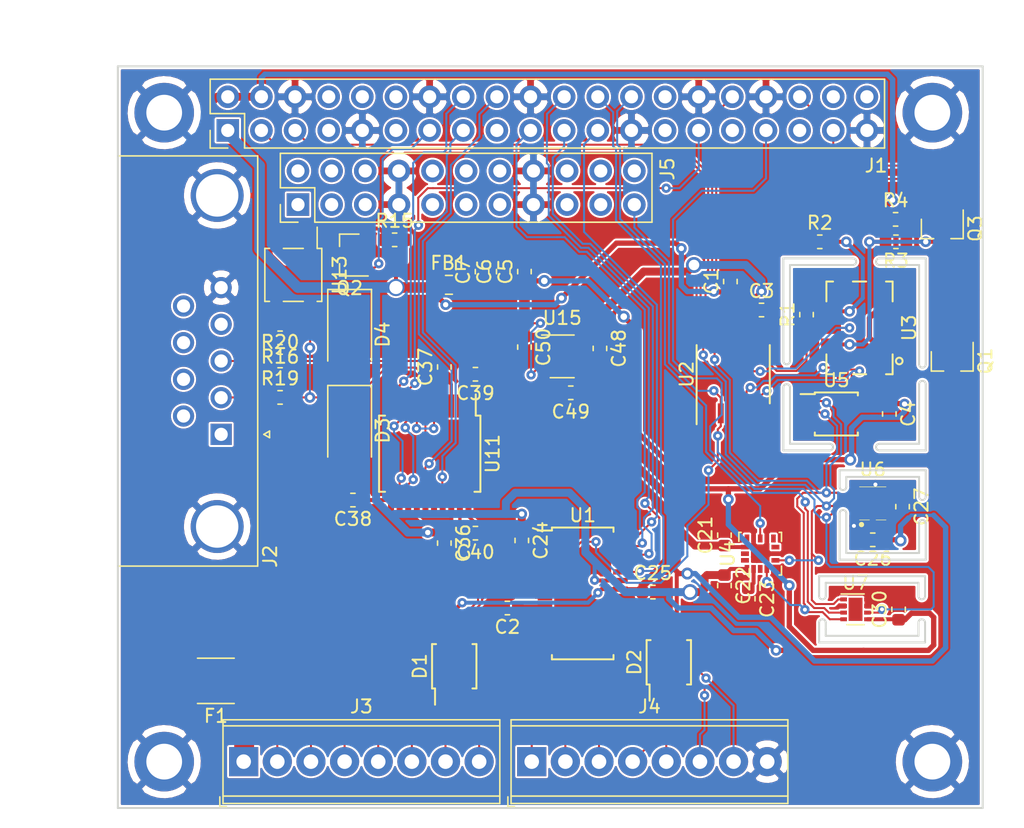
<source format=kicad_pcb>
(kicad_pcb (version 20171130) (host pcbnew 5.1.5-5.1.5)
  (layers (0 F.Cu signal) (31 B.Cu signal) (34 B.Paste user) (35 F.Paste user) (36 B.SilkS user) (37 F.SilkS user) (38 B.Mask user) (39 F.Mask user) (44 Edge.Cuts user))
  (net 0 "")
  (net 1 "Net-(C2-Pad1)")
  (net 2 GND)
  (net 3 +3V3)
  (net 4 +3.3VA)
  (net 5 +5V)
  (net 6 "Net-(C37-Pad1)")
  (net 7 "Net-(C38-Pad1)")
  (net 8 "Net-(C39-Pad2)")
  (net 9 "Net-(C39-Pad1)")
  (net 10 "Net-(C40-Pad1)")
  (net 11 "Net-(C40-Pad2)")
  (net 12 "Net-(C49-Pad1)")
  (net 13 /connectors/RS485_D-_ESD)
  (net 14 /connectors/RS485_D+_ESD)
  (net 15 AFE_AIN0)
  (net 16 AFE_AIN1)
  (net 17 AFE_AIN2)
  (net 18 AFE_AIN3)
  (net 19 "Net-(Q1-Pad3)")
  (net 20 RS485_TERM)
  (net 21 "Net-(Q2-Pad3)")
  (net 22 "Net-(R15-Pad1)")
  (net 23 COMM_RS232_TX_RS485_D-)
  (net 24 "Net-(R16-Pad2)")
  (net 25 COMM_RS232_RX_RS485_D+)
  (net 26 ~DRDY~_AFE)
  (net 27 INT1_ACCEL)
  (net 28 ALERT_HUMID)
  (net 29 COMM_MODE)
  (net 30 +2V8)
  (net 31 "Net-(C23-Pad1)")
  (net 32 REFN1)
  (net 33 REFP1)
  (net 34 REFN0)
  (net 35 REFP0)
  (net 36 AFE_AIN7)
  (net 37 AFE_AIN6)
  (net 38 AFE_AIN5)
  (net 39 AFE_AIN4)
  (net 40 IEXC2)
  (net 41 IEXC1)
  (net 42 "Net-(F1-Pad1)")
  (net 43 ~SNSR_HEAT2)
  (net 44 ~DRDY_SNSR)
  (net 45 SPI_CSN0_M2)
  (net 46 SPI_CLK_M2)
  (net 47 SPI_RXD_M2)
  (net 48 SPI_TXD_M2)
  (net 49 SNSR_HEAT)
  (net 50 I2C0_SCL)
  (net 51 I2C0_SDA)
  (net 52 "Net-(Q3-Pad3)")
  (net 53 "Net-(Q3-Pad2)")
  (net 54 /sensors/afe/RsRED_Isrc)
  (net 55 "Net-(R2-Pad2)")
  (net 56 /sensors/afe/RsOX_Isrc)
  (net 57 GPIO3_A6)
  (net 58 GPIO3_A5)
  (net 59 GPIO3_A4)
  (net 60 ~RESET)
  (module MountingHole:MountingHole_2.7mm_M2.5_ISO14580_Pad (layer F.Cu) (at 33.5 72.5)
    (fp_text reference H4 hide)
    (fp_text value MountingHole_Pad)
    (pad 1 thru_hole circle (at 0 0) (size 4.5 4.5) (drill 2.7) (layers *.Cu *.Mask) (net 2 GND))
  )
  (module MountingHole:MountingHole_2.7mm_M2.5_ISO14580_Pad (layer F.Cu) (at 91.5 72.5)
    (fp_text reference H3 hide)
    (fp_text value MountingHole_Pad)
    (pad 1 thru_hole circle (at 0 0) (size 4.5 4.5) (drill 2.7) (layers *.Cu *.Mask) (net 2 GND))
  )
  (module MountingHole:MountingHole_2.7mm_M2.5_ISO14580_Pad (layer F.Cu) (at 91.5 23.5)
    (fp_text reference H2 hide)
    (fp_text value MountingHole_Pad)
    (pad 1 thru_hole circle (at 0 0) (size 4.5 4.5) (drill 2.7) (layers *.Cu *.Mask) (net 2 GND))
  )
  (module MountingHole:MountingHole_2.7mm_M2.5_ISO14580_Pad (layer F.Cu) (at 33.5 23.5)
    (fp_text reference H1 hide)
    (fp_text value MountingHole_Pad)
    (pad 1 thru_hole circle (at 0 0) (size 4.5 4.5) (drill 2.7) (layers *.Cu *.Mask) (net 2 GND))
  )
  (module Connector_PinHeader_2.54mm:PinHeader_2x11_P2.54mm_Vertical (layer F.Cu) (at 43.6 30.44 90)
    (fp_text reference J5 (at 2.69 27.9 270) (layer F.SilkS))
    (fp_text value Conn_02x11_Odd_Even)
    (pad 22 thru_hole oval (at 2.54 25.4 90) (size 1.7 1.7) (drill 1) (layers *.Cu *.Mask))
    (pad 21 thru_hole oval (at 0 25.4 90) (size 1.7 1.7) (drill 1) (layers *.Cu *.Mask) (net 60 ~RESET))
    (pad 20 thru_hole oval (at 2.54 22.86 90) (size 1.7 1.7) (drill 1) (layers *.Cu *.Mask))
    (pad 19 thru_hole oval (at 0 22.86 90) (size 1.7 1.7) (drill 1) (layers *.Cu *.Mask))
    (pad 18 thru_hole oval (at 2.54 20.32 90) (size 1.7 1.7) (drill 1) (layers *.Cu *.Mask))
    (pad 17 thru_hole oval (at 0 20.32 90) (size 1.7 1.7) (drill 1) (layers *.Cu *.Mask))
    (pad 16 thru_hole oval (at 2.54 17.78 90) (size 1.7 1.7) (drill 1) (layers *.Cu *.Mask) (net 2 GND))
    (pad 15 thru_hole oval (at 0 17.78 90) (size 1.7 1.7) (drill 1) (layers *.Cu *.Mask) (net 2 GND))
    (pad 14 thru_hole oval (at 2.54 15.24 90) (size 1.7 1.7) (drill 1) (layers *.Cu *.Mask))
    (pad 13 thru_hole oval (at 0 15.24 90) (size 1.7 1.7) (drill 1) (layers *.Cu *.Mask))
    (pad 12 thru_hole oval (at 2.54 12.7 90) (size 1.7 1.7) (drill 1) (layers *.Cu *.Mask))
    (pad 11 thru_hole oval (at 0 12.7 90) (size 1.7 1.7) (drill 1) (layers *.Cu *.Mask))
    (pad 10 thru_hole oval (at 2.54 10.16 90) (size 1.7 1.7) (drill 1) (layers *.Cu *.Mask))
    (pad 9 thru_hole oval (at 0 10.16 90) (size 1.7 1.7) (drill 1) (layers *.Cu *.Mask))
    (pad 8 thru_hole oval (at 2.54 7.62 90) (size 1.7 1.7) (drill 1) (layers *.Cu *.Mask) (net 2 GND))
    (pad 7 thru_hole oval (at 0 7.62 90) (size 1.7 1.7) (drill 1) (layers *.Cu *.Mask) (net 2 GND))
    (pad 6 thru_hole oval (at 2.54 5.08 90) (size 1.7 1.7) (drill 1) (layers *.Cu *.Mask))
    (pad 5 thru_hole oval (at 0 5.08 90) (size 1.7 1.7) (drill 1) (layers *.Cu *.Mask))
    (pad 4 thru_hole oval (at 2.54 2.54 90) (size 1.7 1.7) (drill 1) (layers *.Cu *.Mask))
    (pad 3 thru_hole oval (at 0 2.54 90) (size 1.7 1.7) (drill 1) (layers *.Cu *.Mask))
    (pad 2 thru_hole oval (at 2.54 0 90) (size 1.7 1.7) (drill 1) (layers *.Cu *.Mask))
    (pad 1 thru_hole rect (at 0 0 90) (size 1.7 1.7) (drill 1) (layers *.Cu *.Mask))
  )
  (module Package_SO:TSSOP-8_3x3mm_P0.65mm (layer F.Cu) (at 84.25 46.25)
    (fp_text reference U5 (at 0 -2.55) (layer F.SilkS))
    (fp_text value LM75C)
    (pad 8 smd rect (at 2.15 -0.975) (size 1.1 0.4) (layers F.Cu F.Paste F.Mask) (net 4 +3.3VA))
    (pad 7 smd rect (at 2.15 -0.325) (size 1.1 0.4) (layers F.Cu F.Paste F.Mask) (net 2 GND))
    (pad 6 smd rect (at 2.15 0.325) (size 1.1 0.4) (layers F.Cu F.Paste F.Mask) (net 2 GND))
    (pad 5 smd rect (at 2.15 0.975) (size 1.1 0.4) (layers F.Cu F.Paste F.Mask) (net 2 GND))
    (pad 4 smd rect (at -2.15 0.975) (size 1.1 0.4) (layers F.Cu F.Paste F.Mask) (net 2 GND))
    (pad 3 smd rect (at -2.15 0.325) (size 1.1 0.4) (layers F.Cu F.Paste F.Mask))
    (pad 2 smd rect (at -2.15 -0.325) (size 1.1 0.4) (layers F.Cu F.Paste F.Mask) (net 50 I2C0_SCL))
    (pad 1 smd rect (at -2.15 -0.975) (size 1.1 0.4) (layers F.Cu F.Paste F.Mask) (net 51 I2C0_SDA))
  )
  (module Package_LGA:LGA-16_3x3mm_P0.5mm_LayoutBorder3x5y (layer F.Cu) (at 78.5 56.8 90)
    (fp_text reference U4 (at 0 -2.45 90) (layer F.SilkS))
    (fp_text value MMA8451Q)
    (pad 16 smd rect (at -0.5 -1.15 90) (size 0.35 0.6) (layers F.Cu F.Paste F.Mask))
    (pad 15 smd rect (at 0 -1.15 90) (size 0.35 0.6) (layers F.Cu F.Paste F.Mask))
    (pad 14 smd rect (at 0.5 -1.15 90) (size 0.35 0.6) (layers F.Cu F.Paste F.Mask) (net 30 +2V8))
    (pad 13 smd rect (at 1.15 -1 90) (size 0.6 0.35) (layers F.Cu F.Paste F.Mask))
    (pad 12 smd rect (at 1.15 -0.5 90) (size 0.6 0.35) (layers F.Cu F.Paste F.Mask) (net 2 GND))
    (pad 11 smd rect (at 1.15 0 90) (size 0.6 0.35) (layers F.Cu F.Paste F.Mask) (net 27 INT1_ACCEL))
    (pad 10 smd rect (at 1.15 0.5 90) (size 0.6 0.35) (layers F.Cu F.Paste F.Mask) (net 2 GND))
    (pad 9 smd rect (at 1.15 1 90) (size 0.6 0.35) (layers F.Cu F.Paste F.Mask))
    (pad 8 smd rect (at 0.5 1.15 90) (size 0.35 0.6) (layers F.Cu F.Paste F.Mask))
    (pad 7 smd rect (at 0 1.15 90) (size 0.35 0.6) (layers F.Cu F.Paste F.Mask) (net 2 GND))
    (pad 6 smd rect (at -0.5 1.15 90) (size 0.35 0.6) (layers F.Cu F.Paste F.Mask) (net 51 I2C0_SDA))
    (pad 5 smd rect (at -1.15 1 90) (size 0.6 0.35) (layers F.Cu F.Paste F.Mask) (net 2 GND))
    (pad 4 smd rect (at -1.15 0.5 90) (size 0.6 0.35) (layers F.Cu F.Paste F.Mask) (net 50 I2C0_SCL))
    (pad 3 smd rect (at -1.15 0 90) (size 0.6 0.35) (layers F.Cu F.Paste F.Mask))
    (pad 2 smd rect (at -1.15 -0.5 90) (size 0.6 0.35) (layers F.Cu F.Paste F.Mask) (net 31 "Net-(C23-Pad1)"))
    (pad 1 smd rect (at -1.15 -1 90) (size 0.6 0.35) (layers F.Cu F.Paste F.Mask) (net 3 +3V3))
  )
  (module MICS-4514:MICS-4514 (layer F.Cu) (at 86 39.75 270)
    (fp_text reference U3 (at 0 -3.75 90) (layer F.SilkS))
    (fp_text value MICS-4514)
    (pad J smd rect (at 3.15 1.27) (size 0.9 1.5) (layers F.Cu F.Paste F.Mask) (net 56 /sensors/afe/RsOX_Isrc))
    (pad K smd rect (at 3.15 -1.27) (size 0.9 1.5) (layers F.Cu F.Paste F.Mask))
    (pad F smd rect (at -1.25 2.15 270) (size 0.9 1.5) (layers F.Cu F.Paste F.Mask) (net 55 "Net-(R2-Pad2)"))
    (pad G smd rect (at 0 2.15 270) (size 0.9 1.5) (layers F.Cu F.Paste F.Mask) (net 54 /sensors/afe/RsRED_Isrc))
    (pad H smd rect (at 1.25 2.15 270) (size 0.9 1.5) (layers F.Cu F.Paste F.Mask) (net 52 "Net-(Q3-Pad3)"))
    (pad E smd rect (at -3.15 1.27) (size 0.9 1.5) (layers F.Cu F.Paste F.Mask))
    (pad D smd rect (at -3.15 -1.27) (size 0.9 1.5) (layers F.Cu F.Paste F.Mask) (net 2 GND))
    (pad C smd rect (at -1.25 -2.15 270) (size 0.9 1.5) (layers F.Cu F.Paste F.Mask) (net 19 "Net-(Q1-Pad3)"))
    (pad B smd rect (at 0 -2.15 270) (size 0.9 1.5) (layers F.Cu F.Paste F.Mask) (net 2 GND))
    (pad A smd rect (at 1.25 -2.15 270) (size 0.9 1.5) (layers F.Cu F.Paste F.Mask) (net 19 "Net-(Q1-Pad3)"))
  )
  (module Package_SO:TSSOP-16_4.4x5mm_P0.65mm (layer F.Cu) (at 76.5 43.25 90)
    (fp_text reference U2 (at 0 -3.55 90) (layer F.SilkS))
    (fp_text value ADS112C04-PW)
    (pad 16 smd rect (at 2.95 -2.275 90) (size 1.5 0.45) (layers F.Cu F.Paste F.Mask) (net 51 I2C0_SDA))
    (pad 15 smd rect (at 2.95 -1.625 90) (size 1.5 0.45) (layers F.Cu F.Paste F.Mask) (net 50 I2C0_SCL))
    (pad 14 smd rect (at 2.95 -0.975 90) (size 1.5 0.45) (layers F.Cu F.Paste F.Mask) (net 44 ~DRDY_SNSR))
    (pad 13 smd rect (at 2.95 -0.325 90) (size 1.5 0.45) (layers F.Cu F.Paste F.Mask) (net 3 +3V3))
    (pad 12 smd rect (at 2.95 0.325 90) (size 1.5 0.45) (layers F.Cu F.Paste F.Mask) (net 30 +2V8))
    (pad 11 smd rect (at 2.95 0.975 90) (size 1.5 0.45) (layers F.Cu F.Paste F.Mask) (net 54 /sensors/afe/RsRED_Isrc))
    (pad 10 smd rect (at 2.95 1.625 90) (size 1.5 0.45) (layers F.Cu F.Paste F.Mask) (net 54 /sensors/afe/RsRED_Isrc))
    (pad 9 smd rect (at 2.95 2.275 90) (size 1.5 0.45) (layers F.Cu F.Paste F.Mask))
    (pad 8 smd rect (at -2.95 2.275 90) (size 1.5 0.45) (layers F.Cu F.Paste F.Mask))
    (pad 7 smd rect (at -2.95 1.625 90) (size 1.5 0.45) (layers F.Cu F.Paste F.Mask) (net 56 /sensors/afe/RsOX_Isrc))
    (pad 6 smd rect (at -2.95 0.975 90) (size 1.5 0.45) (layers F.Cu F.Paste F.Mask) (net 56 /sensors/afe/RsOX_Isrc))
    (pad 5 smd rect (at -2.95 0.325 90) (size 1.5 0.45) (layers F.Cu F.Paste F.Mask) (net 2 GND))
    (pad 4 smd rect (at -2.95 -0.325 90) (size 1.5 0.45) (layers F.Cu F.Paste F.Mask) (net 2 GND))
    (pad 3 smd rect (at -2.95 -0.975 90) (size 1.5 0.45) (layers F.Cu F.Paste F.Mask) (net 60 ~RESET))
    (pad 2 smd rect (at -2.95 -1.625 90) (size 1.5 0.45) (layers F.Cu F.Paste F.Mask) (net 2 GND))
    (pad 1 smd rect (at -2.95 -2.275 90) (size 1.5 0.45) (layers F.Cu F.Paste F.Mask) (net 2 GND))
  )
  (module Package_SO:TSSOP-28_4.4x9.7mm_P0.65mm (layer F.Cu) (at 65.1 59.8)
    (fp_text reference U1 (at 0 -5.9) (layer F.SilkS))
    (fp_text value ADS1148-PW)
    (pad 28 smd rect (at 2.85 -4.225) (size 1.1 0.4) (layers F.Cu F.Paste F.Mask) (net 46 SPI_CLK_M2))
    (pad 27 smd rect (at 2.85 -3.575) (size 1.1 0.4) (layers F.Cu F.Paste F.Mask) (net 48 SPI_TXD_M2))
    (pad 26 smd rect (at 2.85 -2.925) (size 1.1 0.4) (layers F.Cu F.Paste F.Mask) (net 47 SPI_RXD_M2))
    (pad 25 smd rect (at 2.85 -2.275) (size 1.1 0.4) (layers F.Cu F.Paste F.Mask) (net 26 ~DRDY~_AFE))
    (pad 24 smd rect (at 2.85 -1.625) (size 1.1 0.4) (layers F.Cu F.Paste F.Mask) (net 45 SPI_CSN0_M2))
    (pad 23 smd rect (at 2.85 -0.975) (size 1.1 0.4) (layers F.Cu F.Paste F.Mask) (net 3 +3V3))
    (pad 22 smd rect (at 2.85 -0.325) (size 1.1 0.4) (layers F.Cu F.Paste F.Mask) (net 30 +2V8))
    (pad 21 smd rect (at 2.85 0.325) (size 1.1 0.4) (layers F.Cu F.Paste F.Mask) (net 2 GND))
    (pad 20 smd rect (at 2.85 0.975) (size 1.1 0.4) (layers F.Cu F.Paste F.Mask) (net 41 IEXC1))
    (pad 19 smd rect (at 2.85 1.625) (size 1.1 0.4) (layers F.Cu F.Paste F.Mask) (net 40 IEXC2))
    (pad 18 smd rect (at 2.85 2.275) (size 1.1 0.4) (layers F.Cu F.Paste F.Mask) (net 18 AFE_AIN3))
    (pad 17 smd rect (at 2.85 2.925) (size 1.1 0.4) (layers F.Cu F.Paste F.Mask) (net 17 AFE_AIN2))
    (pad 16 smd rect (at 2.85 3.575) (size 1.1 0.4) (layers F.Cu F.Paste F.Mask) (net 36 AFE_AIN7))
    (pad 15 smd rect (at 2.85 4.225) (size 1.1 0.4) (layers F.Cu F.Paste F.Mask) (net 37 AFE_AIN6))
    (pad 14 smd rect (at -2.85 4.225) (size 1.1 0.4) (layers F.Cu F.Paste F.Mask) (net 38 AFE_AIN5))
    (pad 13 smd rect (at -2.85 3.575) (size 1.1 0.4) (layers F.Cu F.Paste F.Mask) (net 39 AFE_AIN4))
    (pad 12 smd rect (at -2.85 2.925) (size 1.1 0.4) (layers F.Cu F.Paste F.Mask) (net 16 AFE_AIN1))
    (pad 11 smd rect (at -2.85 2.275) (size 1.1 0.4) (layers F.Cu F.Paste F.Mask) (net 15 AFE_AIN0))
    (pad 10 smd rect (at -2.85 1.625) (size 1.1 0.4) (layers F.Cu F.Paste F.Mask) (net 2 GND))
    (pad 9 smd rect (at -2.85 0.975) (size 1.1 0.4) (layers F.Cu F.Paste F.Mask) (net 1 "Net-(C2-Pad1)"))
    (pad 8 smd rect (at -2.85 0.325) (size 1.1 0.4) (layers F.Cu F.Paste F.Mask) (net 34 REFN0))
    (pad 7 smd rect (at -2.85 -0.325) (size 1.1 0.4) (layers F.Cu F.Paste F.Mask) (net 33 REFP1))
    (pad 6 smd rect (at -2.85 -0.975) (size 1.1 0.4) (layers F.Cu F.Paste F.Mask) (net 32 REFN1))
    (pad 5 smd rect (at -2.85 -1.625) (size 1.1 0.4) (layers F.Cu F.Paste F.Mask) (net 35 REFP0))
    (pad 4 smd rect (at -2.85 -2.275) (size 1.1 0.4) (layers F.Cu F.Paste F.Mask) (net 60 ~RESET))
    (pad 3 smd rect (at -2.85 -2.925) (size 1.1 0.4) (layers F.Cu F.Paste F.Mask))
    (pad 2 smd rect (at -2.85 -3.575) (size 1.1 0.4) (layers F.Cu F.Paste F.Mask) (net 2 GND))
    (pad 1 smd rect (at -2.85 -4.225) (size 1.1 0.4) (layers F.Cu F.Paste F.Mask) (net 3 +3V3))
  )
  (module Resistor_SMD:R_0603_1608Metric (layer F.Cu) (at 88.725001 31.555001)
    (fp_text reference R4 (at 0 -1.43) (layer F.SilkS))
    (fp_text value 82)
    (pad 2 smd roundrect (at 0.7875 0) (size 0.875 0.95) (layers F.Cu F.Paste F.Mask) (net 53 "Net-(Q3-Pad2)"))
    (pad 1 smd roundrect (at -0.7875 0) (size 0.875 0.95) (layers F.Cu F.Paste F.Mask) (net 5 +5V))
  )
  (module Resistor_SMD:R_0603_1608Metric (layer F.Cu) (at 88.75 33.25 180)
    (fp_text reference R3 (at 0 -1.43) (layer F.SilkS))
    (fp_text value 51)
    (pad 2 smd roundrect (at 0.7875 0 180) (size 0.875 0.95) (layers F.Cu F.Paste F.Mask) (net 52 "Net-(Q3-Pad3)"))
    (pad 1 smd roundrect (at -0.7875 0 180) (size 0.875 0.95) (layers F.Cu F.Paste F.Mask) (net 53 "Net-(Q3-Pad2)"))
  )
  (module Resistor_SMD:R_0603_1608Metric (layer F.Cu) (at 83 33.25)
    (fp_text reference R2 (at 0 -1.43) (layer F.SilkS))
    (fp_text value 82)
    (pad 2 smd roundrect (at 0.7875 0) (size 0.875 0.95) (layers F.Cu F.Paste F.Mask) (net 55 "Net-(R2-Pad2)"))
    (pad 1 smd roundrect (at -0.7875 0) (size 0.875 0.95) (layers F.Cu F.Paste F.Mask) (net 5 +5V))
  )
  (module Resistor_SMD:R_0603_1608Metric (layer F.Cu) (at 82 38.75 90)
    (fp_text reference R1 (at 0 -1.43 90) (layer F.SilkS))
    (fp_text value "237k 0.1%")
    (pad 2 smd roundrect (at 0.7875 0 90) (size 0.875 0.95) (layers F.Cu F.Paste F.Mask) (net 2 GND))
    (pad 1 smd roundrect (at -0.7875 0 90) (size 0.875 0.95) (layers F.Cu F.Paste F.Mask) (net 54 /sensors/afe/RsRED_Isrc))
  )
  (module Package_TO_SOT_SMD:SOT-23 (layer F.Cu) (at 92.25 32.25 270)
    (fp_text reference Q3 (at 0 -2.5 90) (layer F.SilkS))
    (fp_text value PMV160UP)
    (pad 3 smd rect (at 1 0 270) (size 0.9 0.8) (layers F.Cu F.Paste F.Mask) (net 52 "Net-(Q3-Pad3)"))
    (pad 2 smd rect (at -1 0.95 270) (size 0.9 0.8) (layers F.Cu F.Paste F.Mask) (net 53 "Net-(Q3-Pad2)"))
    (pad 1 smd rect (at -1 -0.95 270) (size 0.9 0.8) (layers F.Cu F.Paste F.Mask) (net 43 ~SNSR_HEAT2))
  )
  (module Package_TO_SOT_SMD:SOT-23 (layer F.Cu) (at 93 42.25 270)
    (fp_text reference Q1 (at 0 -2.5 90) (layer F.SilkS))
    (fp_text value NX3020NAK)
    (pad 3 smd rect (at 1 0 270) (size 0.9 0.8) (layers F.Cu F.Paste F.Mask) (net 19 "Net-(Q1-Pad3)"))
    (pad 2 smd rect (at -1 0.95 270) (size 0.9 0.8) (layers F.Cu F.Paste F.Mask) (net 2 GND))
    (pad 1 smd rect (at -1 -0.95 270) (size 0.9 0.8) (layers F.Cu F.Paste F.Mask) (net 49 SNSR_HEAT))
  )
  (module TerminalBlock_Phoenix:TerminalBlock_Phoenix_MPT-0,5-8-2.54_1x08_P2.54mm_Horizontal (layer F.Cu) (at 61.25 72.5)
    (fp_text reference J4 (at 8.89 -4.16) (layer F.SilkS))
    (fp_text value Screw_Terminal_01x08)
    (pad 8 thru_hole circle (at 17.78 0) (size 2.2 2.2) (drill 1.1) (layers *.Cu *.Mask) (net 2 GND))
    (pad 7 thru_hole circle (at 15.24 0) (size 2.2 2.2) (drill 1.1) (layers *.Cu *.Mask) (net 41 IEXC1))
    (pad 6 thru_hole circle (at 12.7 0) (size 2.2 2.2) (drill 1.1) (layers *.Cu *.Mask) (net 40 IEXC2))
    (pad 5 thru_hole circle (at 10.16 0) (size 2.2 2.2) (drill 1.1) (layers *.Cu *.Mask) (net 18 AFE_AIN3))
    (pad 4 thru_hole circle (at 7.62 0) (size 2.2 2.2) (drill 1.1) (layers *.Cu *.Mask) (net 17 AFE_AIN2))
    (pad 3 thru_hole circle (at 5.08 0) (size 2.2 2.2) (drill 1.1) (layers *.Cu *.Mask) (net 36 AFE_AIN7))
    (pad 2 thru_hole circle (at 2.54 0) (size 2.2 2.2) (drill 1.1) (layers *.Cu *.Mask) (net 37 AFE_AIN6))
    (pad 1 thru_hole rect (at 0 0) (size 2.2 2.2) (drill 1.1) (layers *.Cu *.Mask) (net 38 AFE_AIN5))
  )
  (module TerminalBlock_Phoenix:TerminalBlock_Phoenix_MPT-0,5-8-2.54_1x08_P2.54mm_Horizontal (layer F.Cu) (at 39.5 72.5)
    (fp_text reference J3 (at 8.89 -4.16) (layer F.SilkS))
    (fp_text value Screw_Terminal_01x08)
    (pad 8 thru_hole circle (at 17.78 0) (size 2.2 2.2) (drill 1.1) (layers *.Cu *.Mask) (net 39 AFE_AIN4))
    (pad 7 thru_hole circle (at 15.24 0) (size 2.2 2.2) (drill 1.1) (layers *.Cu *.Mask) (net 16 AFE_AIN1))
    (pad 6 thru_hole circle (at 12.7 0) (size 2.2 2.2) (drill 1.1) (layers *.Cu *.Mask) (net 15 AFE_AIN0))
    (pad 5 thru_hole circle (at 10.16 0) (size 2.2 2.2) (drill 1.1) (layers *.Cu *.Mask) (net 34 REFN0))
    (pad 4 thru_hole circle (at 7.62 0) (size 2.2 2.2) (drill 1.1) (layers *.Cu *.Mask) (net 33 REFP1))
    (pad 3 thru_hole circle (at 5.08 0) (size 2.2 2.2) (drill 1.1) (layers *.Cu *.Mask) (net 32 REFN1))
    (pad 2 thru_hole circle (at 2.54 0) (size 2.2 2.2) (drill 1.1) (layers *.Cu *.Mask) (net 35 REFP0))
    (pad 1 thru_hole rect (at 0 0) (size 2.2 2.2) (drill 1.1) (layers *.Cu *.Mask) (net 42 "Net-(F1-Pad1)"))
  )
  (module Connector_Dsub:DSUB-9_Female_Horizontal_P2.77x2.84mm_EdgePinOffset4.94mm_Housed_MountingHolesOffset7.48mm (layer F.Cu) (at 37.8 47.79 270)
    (fp_text reference J2 (at 9.21 -3.7 90) (layer F.SilkS))
    (fp_text value DB9_Female_MountingHoles)
    (pad 0 thru_hole circle (at 6.96 0.3 270) (size 4 4) (drill 3.2) (layers *.Cu *.Mask) (net 2 GND))
    (pad 0 thru_hole circle (at -18.04 0.3 270) (size 4 4) (drill 3.2) (layers *.Cu *.Mask) (net 2 GND))
    (pad 9 thru_hole circle (at -9.695 2.84 270) (size 1.6 1.6) (drill 1) (layers *.Cu *.Mask))
    (pad 8 thru_hole circle (at -6.925 2.84 270) (size 1.6 1.6) (drill 1) (layers *.Cu *.Mask))
    (pad 7 thru_hole circle (at -4.155 2.84 270) (size 1.6 1.6) (drill 1) (layers *.Cu *.Mask))
    (pad 6 thru_hole circle (at -1.385 2.84 270) (size 1.6 1.6) (drill 1) (layers *.Cu *.Mask))
    (pad 5 thru_hole circle (at -11.08 0 270) (size 1.6 1.6) (drill 1) (layers *.Cu *.Mask) (net 2 GND))
    (pad 4 thru_hole circle (at -8.31 0 270) (size 1.6 1.6) (drill 1) (layers *.Cu *.Mask))
    (pad 3 thru_hole circle (at -5.54 0 270) (size 1.6 1.6) (drill 1) (layers *.Cu *.Mask) (net 14 /connectors/RS485_D+_ESD))
    (pad 2 thru_hole circle (at -2.77 0 270) (size 1.6 1.6) (drill 1) (layers *.Cu *.Mask) (net 13 /connectors/RS485_D-_ESD))
    (pad 1 thru_hole rect (at 0 0 270) (size 1.6 1.6) (drill 1) (layers *.Cu *.Mask))
  )
  (module Connector_PinHeader_2.54mm:PinHeader_2x20_P2.54mm_Vertical (layer F.Cu) (at 38.3 24.84 90)
    (fp_text reference J1 (at -2.66 48.95) (layer F.SilkS))
    (fp_text value Conn_02x20_Odd_Even)
    (pad 40 thru_hole oval (at 2.54 48.26 90) (size 1.7 1.7) (drill 1) (layers *.Cu *.Mask))
    (pad 39 thru_hole oval (at 0 48.26 90) (size 1.7 1.7) (drill 1) (layers *.Cu *.Mask) (net 2 GND))
    (pad 38 thru_hole oval (at 2.54 45.72 90) (size 1.7 1.7) (drill 1) (layers *.Cu *.Mask))
    (pad 37 thru_hole oval (at 0 45.72 90) (size 1.7 1.7) (drill 1) (layers *.Cu *.Mask) (net 43 ~SNSR_HEAT2))
    (pad 36 thru_hole oval (at 2.54 43.18 90) (size 1.7 1.7) (drill 1) (layers *.Cu *.Mask) (net 49 SNSR_HEAT))
    (pad 35 thru_hole oval (at 0 43.18 90) (size 1.7 1.7) (drill 1) (layers *.Cu *.Mask))
    (pad 34 thru_hole oval (at 2.54 40.64 90) (size 1.7 1.7) (drill 1) (layers *.Cu *.Mask) (net 2 GND))
    (pad 33 thru_hole oval (at 0 40.64 90) (size 1.7 1.7) (drill 1) (layers *.Cu *.Mask) (net 28 ALERT_HUMID))
    (pad 32 thru_hole oval (at 2.54 38.1 90) (size 1.7 1.7) (drill 1) (layers *.Cu *.Mask) (net 44 ~DRDY_SNSR))
    (pad 31 thru_hole oval (at 0 38.1 90) (size 1.7 1.7) (drill 1) (layers *.Cu *.Mask))
    (pad 30 thru_hole oval (at 2.54 35.56 90) (size 1.7 1.7) (drill 1) (layers *.Cu *.Mask) (net 2 GND))
    (pad 29 thru_hole oval (at 0 35.56 90) (size 1.7 1.7) (drill 1) (layers *.Cu *.Mask) (net 29 COMM_MODE))
    (pad 28 thru_hole oval (at 2.54 33.02 90) (size 1.7 1.7) (drill 1) (layers *.Cu *.Mask))
    (pad 27 thru_hole oval (at 0 33.02 90) (size 1.7 1.7) (drill 1) (layers *.Cu *.Mask))
    (pad 26 thru_hole oval (at 2.54 30.48 90) (size 1.7 1.7) (drill 1) (layers *.Cu *.Mask) (net 27 INT1_ACCEL))
    (pad 25 thru_hole oval (at 0 30.48 90) (size 1.7 1.7) (drill 1) (layers *.Cu *.Mask) (net 2 GND))
    (pad 24 thru_hole oval (at 2.54 27.94 90) (size 1.7 1.7) (drill 1) (layers *.Cu *.Mask) (net 45 SPI_CSN0_M2))
    (pad 23 thru_hole oval (at 0 27.94 90) (size 1.7 1.7) (drill 1) (layers *.Cu *.Mask) (net 46 SPI_CLK_M2))
    (pad 22 thru_hole oval (at 2.54 25.4 90) (size 1.7 1.7) (drill 1) (layers *.Cu *.Mask) (net 26 ~DRDY~_AFE))
    (pad 21 thru_hole oval (at 0 25.4 90) (size 1.7 1.7) (drill 1) (layers *.Cu *.Mask) (net 47 SPI_RXD_M2))
    (pad 20 thru_hole oval (at 2.54 22.86 90) (size 1.7 1.7) (drill 1) (layers *.Cu *.Mask) (net 2 GND))
    (pad 19 thru_hole oval (at 0 22.86 90) (size 1.7 1.7) (drill 1) (layers *.Cu *.Mask) (net 48 SPI_TXD_M2))
    (pad 18 thru_hole oval (at 2.54 20.32 90) (size 1.7 1.7) (drill 1) (layers *.Cu *.Mask) (net 57 GPIO3_A6))
    (pad 17 thru_hole oval (at 0 20.32 90) (size 1.7 1.7) (drill 1) (layers *.Cu *.Mask))
    (pad 16 thru_hole oval (at 2.54 17.78 90) (size 1.7 1.7) (drill 1) (layers *.Cu *.Mask) (net 58 GPIO3_A5))
    (pad 15 thru_hole oval (at 0 17.78 90) (size 1.7 1.7) (drill 1) (layers *.Cu *.Mask) (net 59 GPIO3_A4))
    (pad 14 thru_hole oval (at 2.54 15.24 90) (size 1.7 1.7) (drill 1) (layers *.Cu *.Mask) (net 2 GND))
    (pad 13 thru_hole oval (at 0 15.24 90) (size 1.7 1.7) (drill 1) (layers *.Cu *.Mask) (net 20 RS485_TERM))
    (pad 12 thru_hole oval (at 2.54 12.7 90) (size 1.7 1.7) (drill 1) (layers *.Cu *.Mask))
    (pad 11 thru_hole oval (at 0 12.7 90) (size 1.7 1.7) (drill 1) (layers *.Cu *.Mask))
    (pad 10 thru_hole oval (at 2.54 10.16 90) (size 1.7 1.7) (drill 1) (layers *.Cu *.Mask))
    (pad 9 thru_hole oval (at 0 10.16 90) (size 1.7 1.7) (drill 1) (layers *.Cu *.Mask) (net 2 GND))
    (pad 8 thru_hole oval (at 2.54 7.62 90) (size 1.7 1.7) (drill 1) (layers *.Cu *.Mask))
    (pad 7 thru_hole oval (at 0 7.62 90) (size 1.7 1.7) (drill 1) (layers *.Cu *.Mask))
    (pad 6 thru_hole oval (at 2.54 5.08 90) (size 1.7 1.7) (drill 1) (layers *.Cu *.Mask) (net 2 GND))
    (pad 5 thru_hole oval (at 0 5.08 90) (size 1.7 1.7) (drill 1) (layers *.Cu *.Mask) (net 50 I2C0_SCL))
    (pad 4 thru_hole oval (at 2.54 2.54 90) (size 1.7 1.7) (drill 1) (layers *.Cu *.Mask) (net 5 +5V))
    (pad 3 thru_hole oval (at 0 2.54 90) (size 1.7 1.7) (drill 1) (layers *.Cu *.Mask) (net 51 I2C0_SDA))
    (pad 2 thru_hole oval (at 2.54 0 90) (size 1.7 1.7) (drill 1) (layers *.Cu *.Mask) (net 5 +5V))
    (pad 1 thru_hole rect (at 0 0 90) (size 1.7 1.7) (drill 1) (layers *.Cu *.Mask) (net 3 +3V3))
  )
  (module Inductor_SMD:L_0805_2012Metric (layer F.Cu) (at 55 36.5)
    (fp_text reference FB1 (at 0 -1.65) (layer F.SilkS))
    (fp_text value 180R/100M)
    (pad 2 smd roundrect (at 0.9375 0) (size 0.975 1.4) (layers F.Cu F.Paste F.Mask) (net 4 +3.3VA))
    (pad 1 smd roundrect (at -0.9375 0) (size 0.975 1.4) (layers F.Cu F.Paste F.Mask) (net 3 +3V3))
  )
  (module Resistor_SMD:R_1812_4532Metric (layer F.Cu) (at 37.4 66.4 180)
    (fp_text reference F1 (at 0 -2.65) (layer F.SilkS))
    (fp_text value PFMF.030.2)
    (pad 2 smd roundrect (at 2.1375 0 180) (size 1.125 3.4) (layers F.Cu F.Paste F.Mask) (roundrect_rratio 0.222222) (net 5 +5V))
    (pad 1 smd roundrect (at -2.1375 0 180) (size 1.125 3.4) (layers F.Cu F.Paste F.Mask) (roundrect_rratio 0.222222) (net 42 "Net-(F1-Pad1)"))
  )
  (module Package_SO:MSOP-10_3x3mm_P0.5mm (layer F.Cu) (at 71.6 65 90)
    (fp_text reference D2 (at 0 -2.6 90) (layer F.SilkS))
    (fp_text value CM1213A-08SO)
    (pad 10 smd rect (at 2.2 -1 90) (size 1.4 0.3) (layers F.Cu F.Paste F.Mask) (net 40 IEXC2))
    (pad 9 smd rect (at 2.2 -0.5 90) (size 1.4 0.3) (layers F.Cu F.Paste F.Mask) (net 41 IEXC1))
    (pad 8 smd rect (at 2.2 0 90) (size 1.4 0.3) (layers F.Cu F.Paste F.Mask) (net 30 +2V8))
    (pad 7 smd rect (at 2.2 0.5 90) (size 1.4 0.3) (layers F.Cu F.Paste F.Mask))
    (pad 6 smd rect (at 2.2 1 90) (size 1.4 0.3) (layers F.Cu F.Paste F.Mask))
    (pad 5 smd rect (at -2.2 1 90) (size 1.4 0.3) (layers F.Cu F.Paste F.Mask) (net 2 GND))
    (pad 4 smd rect (at -2.2 0.5 90) (size 1.4 0.3) (layers F.Cu F.Paste F.Mask) (net 18 AFE_AIN3))
    (pad 3 smd rect (at -2.2 0 90) (size 1.4 0.3) (layers F.Cu F.Paste F.Mask) (net 17 AFE_AIN2))
    (pad 2 smd rect (at -2.2 -0.5 90) (size 1.4 0.3) (layers F.Cu F.Paste F.Mask) (net 36 AFE_AIN7))
    (pad 1 smd rect (at -2.2 -1 90) (size 1.4 0.3) (layers F.Cu F.Paste F.Mask) (net 37 AFE_AIN6))
  )
  (module Package_SO:MSOP-10_3x3mm_P0.5mm (layer F.Cu) (at 55.4 65.3 90)
    (fp_text reference D1 (at 0 -2.6 90) (layer F.SilkS))
    (fp_text value CM1213A-08SO)
    (pad 10 smd rect (at 2.2 -1 90) (size 1.4 0.3) (layers F.Cu F.Paste F.Mask) (net 35 REFP0))
    (pad 9 smd rect (at 2.2 -0.5 90) (size 1.4 0.3) (layers F.Cu F.Paste F.Mask) (net 32 REFN1))
    (pad 8 smd rect (at 2.2 0 90) (size 1.4 0.3) (layers F.Cu F.Paste F.Mask) (net 30 +2V8))
    (pad 7 smd rect (at 2.2 0.5 90) (size 1.4 0.3) (layers F.Cu F.Paste F.Mask) (net 33 REFP1))
    (pad 6 smd rect (at 2.2 1 90) (size 1.4 0.3) (layers F.Cu F.Paste F.Mask) (net 34 REFN0))
    (pad 5 smd rect (at -2.2 1 90) (size 1.4 0.3) (layers F.Cu F.Paste F.Mask) (net 2 GND))
    (pad 4 smd rect (at -2.2 0.5 90) (size 1.4 0.3) (layers F.Cu F.Paste F.Mask) (net 38 AFE_AIN5))
    (pad 3 smd rect (at -2.2 0 90) (size 1.4 0.3) (layers F.Cu F.Paste F.Mask) (net 39 AFE_AIN4))
    (pad 2 smd rect (at -2.2 -0.5 90) (size 1.4 0.3) (layers F.Cu F.Paste F.Mask) (net 16 AFE_AIN1))
    (pad 1 smd rect (at -2.2 -1 90) (size 1.4 0.3) (layers F.Cu F.Paste F.Mask) (net 15 AFE_AIN0))
  )
  (module Capacitor_SMD:C_0603_1608Metric (layer F.Cu) (at 57.5 35.5 90)
    (fp_text reference C7 (at 0 -1.43 90) (layer F.SilkS))
    (fp_text value 100nF)
    (pad 2 smd roundrect (at 0.7875 0 90) (size 0.875 0.95) (layers F.Cu F.Paste F.Mask) (net 2 GND))
    (pad 1 smd roundrect (at -0.7875 0 90) (size 0.875 0.95) (layers F.Cu F.Paste F.Mask) (net 4 +3.3VA))
  )
  (module Capacitor_SMD:C_0603_1608Metric (layer F.Cu) (at 59.1 35.5 90)
    (fp_text reference C6 (at 0 -1.43 90) (layer F.SilkS))
    (fp_text value 22uF)
    (pad 2 smd roundrect (at 0.7875 0 90) (size 0.875 0.95) (layers F.Cu F.Paste F.Mask) (net 2 GND))
    (pad 1 smd roundrect (at -0.7875 0 90) (size 0.875 0.95) (layers F.Cu F.Paste F.Mask) (net 4 +3.3VA))
  )
  (module Capacitor_SMD:C_0603_1608Metric (layer F.Cu) (at 60.7 35.5 90)
    (fp_text reference C5 (at 0 -1.43 90) (layer F.SilkS))
    (fp_text value 22uF)
    (pad 2 smd roundrect (at 0.7875 0 90) (size 0.875 0.95) (layers F.Cu F.Paste F.Mask) (net 2 GND))
    (pad 1 smd roundrect (at -0.7875 0 90) (size 0.875 0.95) (layers F.Cu F.Paste F.Mask) (net 4 +3.3VA))
  )
  (module Capacitor_SMD:C_0603_1608Metric (layer F.Cu) (at 88.25 46.25 270)
    (fp_text reference C4 (at 0 -1.43 90) (layer F.SilkS))
    (fp_text value 100nF)
    (pad 2 smd roundrect (at 0.7875 0 270) (size 0.875 0.95) (layers F.Cu F.Paste F.Mask) (net 2 GND))
    (pad 1 smd roundrect (at -0.7875 0 270) (size 0.875 0.95) (layers F.Cu F.Paste F.Mask) (net 4 +3.3VA))
  )
  (module Capacitor_SMD:C_0603_1608Metric (layer F.Cu) (at 78.6 38.4)
    (fp_text reference C3 (at 0 -1.43) (layer F.SilkS))
    (fp_text value 100nF)
    (pad 2 smd roundrect (at 0.7875 0) (size 0.875 0.95) (layers F.Cu F.Paste F.Mask) (net 2 GND))
    (pad 1 smd roundrect (at -0.7875 0) (size 0.875 0.95) (layers F.Cu F.Paste F.Mask) (net 30 +2V8))
  )
  (module Capacitor_SMD:C_0603_1608Metric (layer F.Cu) (at 59.4125 60.9 180)
    (fp_text reference C2 (at 0 -1.43) (layer F.SilkS))
    (fp_text value 4.7uF)
    (pad 2 smd roundrect (at 0.7875 0 180) (size 0.875 0.95) (layers F.Cu F.Paste F.Mask) (net 2 GND))
    (pad 1 smd roundrect (at -0.7875 0 180) (size 0.875 0.95) (layers F.Cu F.Paste F.Mask) (net 1 "Net-(C2-Pad1)"))
  )
  (module Capacitor_SMD:C_0603_1608Metric (layer F.Cu) (at 76.25 36.25 90)
    (fp_text reference C1 (at 0 -1.43 90) (layer F.SilkS))
    (fp_text value 100nF)
    (pad 2 smd roundrect (at 0.7875 0 90) (size 0.875 0.95) (layers F.Cu F.Paste F.Mask) (net 2 GND))
    (pad 1 smd roundrect (at -0.7875 0 90) (size 0.875 0.95) (layers F.Cu F.Paste F.Mask) (net 3 +3V3))
  )
  (module Capacitor_SMD:C_0603_1608Metric (layer F.Cu) (at 75.8 55.4 90)
    (fp_text reference C21 (at 0 -1.43 90) (layer F.SilkS))
    (fp_text value 4.7uF)
    (pad 1 smd roundrect (at -0.7875 0 90) (size 0.875 0.95) (layers F.Cu F.Paste F.Mask) (net 30 +2V8))
    (pad 2 smd roundrect (at 0.7875 0 90) (size 0.875 0.95) (layers F.Cu F.Paste F.Mask) (net 2 GND))
  )
  (module Capacitor_SMD:C_0603_1608Metric (layer F.Cu) (at 75.8 59.2 270)
    (fp_text reference C22 (at 0 -1.43 90) (layer F.SilkS))
    (fp_text value 100nF)
    (pad 1 smd roundrect (at -0.7875 0 270) (size 0.875 0.95) (layers F.Cu F.Paste F.Mask) (net 3 +3V3))
    (pad 2 smd roundrect (at 0.7875 0 270) (size 0.875 0.95) (layers F.Cu F.Paste F.Mask) (net 2 GND))
  )
  (module Capacitor_SMD:C_0603_1608Metric (layer F.Cu) (at 77.6 60.2 270)
    (fp_text reference C23 (at 0 -1.43 90) (layer F.SilkS))
    (fp_text value 100nF)
    (pad 1 smd roundrect (at -0.7875 0 270) (size 0.875 0.95) (layers F.Cu F.Paste F.Mask) (net 31 "Net-(C23-Pad1)"))
    (pad 2 smd roundrect (at 0.7875 0 270) (size 0.875 0.95) (layers F.Cu F.Paste F.Mask) (net 2 GND))
  )
  (module Capacitor_SMD:C_0603_1608Metric (layer F.Cu) (at 60.5 55.8 270)
    (fp_text reference C24 (at 0 -1.43 90) (layer F.SilkS))
    (fp_text value 100nF)
    (pad 2 smd roundrect (at 0.7875 0 270) (size 0.875 0.95) (layers F.Cu F.Paste F.Mask) (net 2 GND))
    (pad 1 smd roundrect (at -0.7875 0 270) (size 0.875 0.95) (layers F.Cu F.Paste F.Mask) (net 3 +3V3))
  )
  (module Capacitor_SMD:C_0603_1608Metric (layer F.Cu) (at 70.4 59.7)
    (fp_text reference C25 (at 0 -1.43) (layer F.SilkS))
    (fp_text value 100nF)
    (pad 1 smd roundrect (at -0.7875 0) (size 0.875 0.95) (layers F.Cu F.Paste F.Mask) (net 30 +2V8))
    (pad 2 smd roundrect (at 0.7875 0) (size 0.875 0.95) (layers F.Cu F.Paste F.Mask) (net 2 GND))
  )
  (module Capacitor_SMD:C_0603_1608Metric (layer F.Cu) (at 87 55.75 180)
    (fp_text reference C26 (at 0 -1.43) (layer F.SilkS))
    (fp_text value 100nF)
    (pad 1 smd roundrect (at -0.7875 0 180) (size 0.875 0.95) (layers F.Cu F.Paste F.Mask) (net 30 +2V8))
    (pad 2 smd roundrect (at 0.7875 0 180) (size 0.875 0.95) (layers F.Cu F.Paste F.Mask) (net 2 GND))
  )
  (module Capacitor_SMD:C_0603_1608Metric (layer F.Cu) (at 89.25 53.25 270)
    (fp_text reference C27 (at 0 -1.43 90) (layer F.SilkS))
    (fp_text value 100nF)
    (pad 2 smd roundrect (at 0.7875 0 270) (size 0.875 0.95) (layers F.Cu F.Paste F.Mask) (net 2 GND))
    (pad 1 smd roundrect (at -0.7875 0 270) (size 0.875 0.95) (layers F.Cu F.Paste F.Mask) (net 3 +3V3))
  )
  (module Capacitor_SMD:C_0603_1608Metric (layer F.Cu) (at 88.95 61 90)
    (fp_text reference C30 (at 0 -1.43 90) (layer F.SilkS))
    (fp_text value 100nF)
    (pad 2 smd roundrect (at 0.7875 0 90) (size 0.875 0.95) (layers F.Cu F.Paste F.Mask) (net 2 GND))
    (pad 1 smd roundrect (at -0.7875 0 90) (size 0.875 0.95) (layers F.Cu F.Paste F.Mask) (net 4 +3.3VA))
  )
  (module Capacitor_SMD:C_0603_1608Metric (layer F.Cu) (at 54.65 56 270)
    (fp_text reference C36 (at 0 -1.43 90) (layer F.SilkS))
    (fp_text value 100nF)
    (pad 2 smd roundrect (at 0.7875 0 270) (size 0.875 0.95) (layers F.Cu F.Paste F.Mask) (net 2 GND))
    (pad 1 smd roundrect (at -0.7875 0 270) (size 0.875 0.95) (layers F.Cu F.Paste F.Mask) (net 3 +3V3))
  )
  (module Capacitor_SMD:C_0603_1608Metric (layer F.Cu) (at 54.65 42.7 90)
    (fp_text reference C37 (at 0 -1.43 90) (layer F.SilkS))
    (fp_text value 100nF)
    (pad 1 smd roundrect (at -0.7875 0 90) (size 0.875 0.95) (layers F.Cu F.Paste F.Mask) (net 6 "Net-(C37-Pad1)"))
    (pad 2 smd roundrect (at 0.7875 0 90) (size 0.875 0.95) (layers F.Cu F.Paste F.Mask) (net 2 GND))
  )
  (module Capacitor_SMD:C_0603_1608Metric (layer F.Cu) (at 47.75 52.75 180)
    (fp_text reference C38 (at 0 -1.43) (layer F.SilkS))
    (fp_text value 100nF)
    (pad 2 smd roundrect (at 0.7875 0 180) (size 0.875 0.95) (layers F.Cu F.Paste F.Mask) (net 2 GND))
    (pad 1 smd roundrect (at -0.7875 0 180) (size 0.875 0.95) (layers F.Cu F.Paste F.Mask) (net 7 "Net-(C38-Pad1)"))
  )
  (module Capacitor_SMD:C_0603_1608Metric (layer F.Cu) (at 57 43.25 180)
    (fp_text reference C39 (at 0 -1.43) (layer F.SilkS))
    (fp_text value 100nF)
    (pad 2 smd roundrect (at 0.7875 0 180) (size 0.875 0.95) (layers F.Cu F.Paste F.Mask) (net 8 "Net-(C39-Pad2)"))
    (pad 1 smd roundrect (at -0.7875 0 180) (size 0.875 0.95) (layers F.Cu F.Paste F.Mask) (net 9 "Net-(C39-Pad1)"))
  )
  (module Capacitor_SMD:C_0603_1608Metric (layer F.Cu) (at 57 55.25 180)
    (fp_text reference C40 (at 0 -1.43) (layer F.SilkS))
    (fp_text value 100nF)
    (pad 1 smd roundrect (at -0.7875 0 180) (size 0.875 0.95) (layers F.Cu F.Paste F.Mask) (net 10 "Net-(C40-Pad1)"))
    (pad 2 smd roundrect (at 0.7875 0 180) (size 0.875 0.95) (layers F.Cu F.Paste F.Mask) (net 11 "Net-(C40-Pad2)"))
  )
  (module Capacitor_SMD:C_0603_1608Metric (layer F.Cu) (at 66.4 41.3 270)
    (fp_text reference C48 (at 0 -1.43 90) (layer F.SilkS))
    (fp_text value 100nF)
    (pad 1 smd roundrect (at -0.7875 0 270) (size 0.875 0.95) (layers F.Cu F.Paste F.Mask) (net 30 +2V8))
    (pad 2 smd roundrect (at 0.7875 0 270) (size 0.875 0.95) (layers F.Cu F.Paste F.Mask) (net 2 GND))
  )
  (module Capacitor_SMD:C_0603_1608Metric (layer F.Cu) (at 64.2 44.65 180)
    (fp_text reference C49 (at 0 -1.43) (layer F.SilkS))
    (fp_text value 10nF)
    (pad 2 smd roundrect (at 0.7875 0 180) (size 0.875 0.95) (layers F.Cu F.Paste F.Mask) (net 2 GND))
    (pad 1 smd roundrect (at -0.7875 0 180) (size 0.875 0.95) (layers F.Cu F.Paste F.Mask) (net 12 "Net-(C49-Pad1)"))
  )
  (module Capacitor_SMD:C_0603_1608Metric (layer F.Cu) (at 60.7 41.2 270)
    (fp_text reference C50 (at 0 -1.43 90) (layer F.SilkS))
    (fp_text value 2.2uF)
    (pad 2 smd roundrect (at 0.7875 0 270) (size 0.875 0.95) (layers F.Cu F.Paste F.Mask) (net 2 GND))
    (pad 1 smd roundrect (at -0.7875 0 270) (size 0.875 0.95) (layers F.Cu F.Paste F.Mask) (net 4 +3.3VA))
  )
  (module Diode_SMD:D_SMA (layer F.Cu) (at 47.5 47.5 270)
    (fp_text reference D3 (at 0 -2.5 90) (layer F.SilkS))
    (fp_text value WE_824501700)
    (pad 2 smd rect (at 2 0 270) (size 2.5 1.8) (layers F.Cu F.Paste F.Mask) (net 2 GND))
    (pad 1 smd rect (at -2 0 270) (size 2.5 1.8) (layers F.Cu F.Paste F.Mask) (net 23 COMM_RS232_TX_RS485_D-))
  )
  (module Diode_SMD:D_SMA (layer F.Cu) (at 47.5 40.25 270)
    (fp_text reference D4 (at 0 -2.5 90) (layer F.SilkS))
    (fp_text value WE_824501700)
    (pad 1 smd rect (at -2 0 270) (size 2.5 1.8) (layers F.Cu F.Paste F.Mask) (net 2 GND))
    (pad 2 smd rect (at 2 0 270) (size 2.5 1.8) (layers F.Cu F.Paste F.Mask) (net 25 COMM_RS232_RX_RS485_D+))
  )
  (module Package_TO_SOT_SMD:SOT-23 (layer F.Cu) (at 47.5 34.25 180)
    (fp_text reference Q2 (at 0 -2.5) (layer F.SilkS))
    (fp_text value NX3020NAK)
    (pad 1 smd rect (at -1 -0.95 180) (size 0.9 0.8) (layers F.Cu F.Paste F.Mask) (net 20 RS485_TERM))
    (pad 2 smd rect (at -1 0.95 180) (size 0.9 0.8) (layers F.Cu F.Paste F.Mask) (net 2 GND))
    (pad 3 smd rect (at 1 0 180) (size 0.9 0.8) (layers F.Cu F.Paste F.Mask) (net 21 "Net-(Q2-Pad3)"))
  )
  (module Resistor_SMD:R_0603_1608Metric (layer F.Cu) (at 50.9 33.1)
    (fp_text reference R15 (at 0 -1.43) (layer F.SilkS))
    (fp_text value 2.1k)
    (pad 2 smd roundrect (at 0.7875 0) (size 0.875 0.95) (layers F.Cu F.Paste F.Mask) (net 3 +3V3))
    (pad 1 smd roundrect (at -0.7875 0) (size 0.875 0.95) (layers F.Cu F.Paste F.Mask) (net 22 "Net-(R15-Pad1)"))
  )
  (module Resistor_SMD:R_0603_1608Metric (layer F.Cu) (at 42.25 40.5 180)
    (fp_text reference R16 (at 0 -1.43) (layer F.SilkS))
    (fp_text value 113)
    (pad 1 smd roundrect (at -0.7875 0 180) (size 0.875 0.95) (layers F.Cu F.Paste F.Mask) (net 25 COMM_RS232_RX_RS485_D+))
    (pad 2 smd roundrect (at 0.7875 0 180) (size 0.875 0.95) (layers F.Cu F.Paste F.Mask) (net 24 "Net-(R16-Pad2)"))
  )
  (module Resistor_SMD:R_0603_1608Metric (layer F.Cu) (at 42.25 45)
    (fp_text reference R19 (at 0 -1.43) (layer F.SilkS))
    (fp_text value 10)
    (pad 2 smd roundrect (at 0.7875 0) (size 0.875 0.95) (layers F.Cu F.Paste F.Mask) (net 23 COMM_RS232_TX_RS485_D-))
    (pad 1 smd roundrect (at -0.7875 0) (size 0.875 0.95) (layers F.Cu F.Paste F.Mask) (net 13 /connectors/RS485_D-_ESD))
  )
  (module Resistor_SMD:R_0603_1608Metric (layer F.Cu) (at 42.25 42.25)
    (fp_text reference R20 (at 0 -1.43) (layer F.SilkS))
    (fp_text value 10)
    (pad 2 smd roundrect (at 0.7875 0) (size 0.875 0.95) (layers F.Cu F.Paste F.Mask) (net 25 COMM_RS232_RX_RS485_D+))
    (pad 1 smd roundrect (at -0.7875 0) (size 0.875 0.95) (layers F.Cu F.Paste F.Mask) (net 14 /connectors/RS485_D+_ESD))
  )
  (module omron-lga:LGA-9-_2x2.5x0.85mm_P0.65mm_OMRON (layer F.Cu) (at 87 53 180)
    (fp_text reference U6 (at 0 2.55) (layer F.SilkS))
    (fp_text value 2SMPB-02E)
    (pad 8 smd rect (at -0.8 -0.975 180) (size 0.5 0.35) (layers F.Cu F.Paste F.Mask) (net 30 +2V8))
    (pad 7 smd rect (at -0.8 -0.325 180) (size 0.5 0.35) (layers F.Cu F.Paste F.Mask) (net 2 GND))
    (pad 6 smd rect (at -0.8 0.325 180) (size 0.5 0.35) (layers F.Cu F.Paste F.Mask) (net 3 +3V3))
    (pad 5 smd rect (at -0.8 0.975 180) (size 0.5 0.35) (layers F.Cu F.Paste F.Mask) (net 2 GND))
    (pad 4 smd rect (at 0.8 0.975 180) (size 0.5 0.35) (layers F.Cu F.Paste F.Mask) (net 50 I2C0_SCL))
    (pad 3 smd rect (at 0.8 0.325 180) (size 0.5 0.35) (layers F.Cu F.Paste F.Mask) (net 51 I2C0_SDA))
    (pad 2 smd rect (at 0.8 -0.325 180) (size 0.5 0.35) (layers F.Cu F.Paste F.Mask) (net 3 +3V3))
    (pad 1 smd rect (at 0.8 -0.975 180) (size 0.5 0.35) (layers F.Cu F.Paste F.Mask) (net 60 ~RESET))
    (pad 9 smd rect (at 0 -1.05 270) (size 0.5 0.35) (layers F.Cu F.Paste F.Mask))
  )
  (module Package_DFN_QFN:DFN-8-1EP_2x2mm_P0.5mm_EP1.05x1.75mm (layer F.Cu) (at 85.7 61)
    (fp_text reference U7 (at 0 -2) (layer F.SilkS))
    (fp_text value SHT3x-DIS)
    (pad 1 smd rect (at -0.9 -0.75) (size 0.5 0.3) (layers F.Cu F.Paste F.Mask) (net 51 I2C0_SDA))
    (pad 2 smd rect (at -0.9 -0.25) (size 0.5 0.3) (layers F.Cu F.Paste F.Mask) (net 2 GND))
    (pad 3 smd rect (at -0.9 0.25) (size 0.5 0.3) (layers F.Cu F.Paste F.Mask) (net 28 ALERT_HUMID))
    (pad 4 smd rect (at -0.9 0.75) (size 0.5 0.3) (layers F.Cu F.Paste F.Mask) (net 50 I2C0_SCL))
    (pad 5 smd rect (at 0.9 0.75) (size 0.5 0.3) (layers F.Cu F.Paste F.Mask) (net 4 +3.3VA))
    (pad 6 smd rect (at 0.9 0.25) (size 0.5 0.3) (layers F.Cu F.Paste F.Mask) (net 60 ~RESET))
    (pad 7 smd rect (at 0.9 -0.25) (size 0.5 0.3) (layers F.Cu F.Paste F.Mask) (net 2 GND))
    (pad 8 smd rect (at 0.9 -0.75) (size 0.5 0.3) (layers F.Cu F.Paste F.Mask) (net 2 GND))
    (pad 9 smd rect (at 0 0) (size 1.05 1.75) (layers F.Cu F.Mask))
  )
  (module Package_SO:SSOP-20_5.3x7.2mm_P0.65mm (layer F.Cu) (at 53.55 49.25 270)
    (fp_text reference U11 (at 0 -4.75 90) (layer F.SilkS))
    (fp_text value ISL3330)
    (pad 1 smd rect (at -3.6 -2.925 270) (size 1.75 0.45) (layers F.Cu F.Paste F.Mask) (net 9 "Net-(C39-Pad1)"))
    (pad 2 smd rect (at -3.6 -2.275 270) (size 1.75 0.45) (layers F.Cu F.Paste F.Mask) (net 8 "Net-(C39-Pad2)"))
    (pad 3 smd rect (at -3.6 -1.625 270) (size 1.75 0.45) (layers F.Cu F.Paste F.Mask) (net 6 "Net-(C37-Pad1)"))
    (pad 4 smd rect (at -3.6 -0.975 270) (size 1.75 0.45) (layers F.Cu F.Paste F.Mask) (net 23 COMM_RS232_TX_RS485_D-))
    (pad 5 smd rect (at -3.6 -0.325 270) (size 1.75 0.45) (layers F.Cu F.Paste F.Mask) (net 25 COMM_RS232_RX_RS485_D+))
    (pad 6 smd rect (at -3.6 0.325 270) (size 1.75 0.45) (layers F.Cu F.Paste F.Mask) (net 23 COMM_RS232_TX_RS485_D-))
    (pad 7 smd rect (at -3.6 0.975 270) (size 1.75 0.45) (layers F.Cu F.Paste F.Mask) (net 25 COMM_RS232_RX_RS485_D+))
    (pad 8 smd rect (at -3.6 1.625 270) (size 1.75 0.45) (layers F.Cu F.Paste F.Mask) (net 29 COMM_MODE))
    (pad 9 smd rect (at -3.6 2.275 270) (size 1.75 0.45) (layers F.Cu F.Paste F.Mask) (net 58 GPIO3_A5))
    (pad 10 smd rect (at -3.6 2.925 270) (size 1.75 0.45) (layers F.Cu F.Paste F.Mask) (net 2 GND))
    (pad 11 smd rect (at 3.6 2.925 270) (size 1.75 0.45) (layers F.Cu F.Paste F.Mask) (net 7 "Net-(C38-Pad1)"))
    (pad 12 smd rect (at 3.6 2.275 270) (size 1.75 0.45) (layers F.Cu F.Paste F.Mask) (net 58 GPIO3_A5))
    (pad 13 smd rect (at 3.6 1.625 270) (size 1.75 0.45) (layers F.Cu F.Paste F.Mask) (net 29 COMM_MODE))
    (pad 14 smd rect (at 3.6 0.975 270) (size 1.75 0.45) (layers F.Cu F.Paste F.Mask) (net 3 +3V3))
    (pad 15 smd rect (at 3.6 0.325 270) (size 1.75 0.45) (layers F.Cu F.Paste F.Mask) (net 59 GPIO3_A4))
    (pad 16 smd rect (at 3.6 -0.325 270) (size 1.75 0.45) (layers F.Cu F.Paste F.Mask) (net 57 GPIO3_A6))
    (pad 17 smd rect (at 3.6 -0.975 270) (size 1.75 0.45) (layers F.Cu F.Paste F.Mask) (net 57 GPIO3_A6))
    (pad 18 smd rect (at 3.6 -1.625 270) (size 1.75 0.45) (layers F.Cu F.Paste F.Mask) (net 3 +3V3))
    (pad 19 smd rect (at 3.6 -2.275 270) (size 1.75 0.45) (layers F.Cu F.Paste F.Mask) (net 11 "Net-(C40-Pad2)"))
    (pad 20 smd rect (at 3.6 -2.925 270) (size 1.75 0.45) (layers F.Cu F.Paste F.Mask) (net 10 "Net-(C40-Pad1)"))
  )
  (module Package_SO:SOP-4_3.8x4.1mm_P2.54mm (layer F.Cu) (at 43.25 35.75 270)
    (fp_text reference U13 (at 0 -3.5 90) (layer F.SilkS))
    (fp_text value CPC1017N)
    (pad 4 smd rect (at 2.75 -1.27 270) (size 1.45 0.55) (layers F.Cu F.Paste F.Mask) (net 23 COMM_RS232_TX_RS485_D-))
    (pad 3 smd rect (at 2.75 1.27 270) (size 1.45 0.55) (layers F.Cu F.Paste F.Mask) (net 24 "Net-(R16-Pad2)"))
    (pad 2 smd rect (at -2.75 1.27 270) (size 1.45 0.55) (layers F.Cu F.Paste F.Mask) (net 21 "Net-(Q2-Pad3)"))
    (pad 1 smd rect (at -2.75 -1.27 270) (size 1.45 0.55) (layers F.Cu F.Paste F.Mask) (net 22 "Net-(R15-Pad1)"))
  )
  (module Package_TO_SOT_SMD:SOT-23-5 (layer F.Cu) (at 63.55 41.9)
    (fp_text reference U15 (at 0 -2.9 180) (layer F.SilkS))
    (fp_text value TPS793285-EP)
    (pad 1 smd rect (at -1.1 -0.95) (size 1.06 0.65) (layers F.Cu F.Paste F.Mask) (net 4 +3.3VA))
    (pad 2 smd rect (at -1.1 0) (size 1.06 0.65) (layers F.Cu F.Paste F.Mask) (net 2 GND))
    (pad 3 smd rect (at -1.1 0.95) (size 1.06 0.65) (layers F.Cu F.Paste F.Mask) (net 4 +3.3VA))
    (pad 4 smd rect (at 1.1 0.95) (size 1.06 0.65) (layers F.Cu F.Paste F.Mask) (net 12 "Net-(C49-Pad1)"))
    (pad 5 smd rect (at 1.1 -0.95) (size 1.06 0.65) (layers F.Cu F.Paste F.Mask) (net 30 +2V8))
  )
  (gr_arc (start 83.2 60) (end 82.95 60) (angle -180) (layer Edge.Cuts) (width 0.15))
  (gr_arc (start 90.7 60) (end 90.45 60) (angle -180) (layer Edge.Cuts) (width 0.15))
  (gr_arc (start 90.7 62) (end 90.95 62) (angle -180) (layer Edge.Cuts) (width 0.15))
  (gr_arc (start 83.2 62) (end 83.45 62) (angle -180) (layer Edge.Cuts) (width 0.15))
  (gr_line (start 82.95 63.5) (end 82.95 62) (layer Edge.Cuts) (width 0.15))
  (gr_line (start 90.95 63.5) (end 82.95 63.5) (layer Edge.Cuts) (width 0.15))
  (gr_line (start 90.95 62) (end 90.95 63.5) (layer Edge.Cuts) (width 0.15))
  (gr_line (start 90.95 58.5) (end 90.95 60) (layer Edge.Cuts) (width 0.15))
  (gr_line (start 82.95 58.5) (end 90.95 58.5) (layer Edge.Cuts) (width 0.15))
  (gr_line (start 82.95 60) (end 82.95 58.5) (layer Edge.Cuts) (width 0.15))
  (gr_line (start 83.45 59) (end 83.45 60) (layer Edge.Cuts) (width 0.15))
  (gr_line (start 90.45 59) (end 83.45 59) (layer Edge.Cuts) (width 0.15))
  (gr_line (start 90.45 60) (end 90.45 59) (layer Edge.Cuts) (width 0.15))
  (gr_line (start 90.45 63) (end 90.45 62) (layer Edge.Cuts) (width 0.15))
  (gr_line (start 83.45 63) (end 90.45 63) (layer Edge.Cuts) (width 0.15))
  (gr_line (start 83.45 62.5) (end 83.45 63) (layer Edge.Cuts) (width 0.15))
  (gr_line (start 83.45 62.5) (end 83.45 62) (layer Edge.Cuts) (width 0.15))
  (gr_arc (start 90.75 54.5) (end 91 54.5) (angle -180) (layer Edge.Cuts) (width 0.15))
  (gr_arc (start 84.75 53.75) (end 85 53.75) (angle -180) (layer Edge.Cuts) (width 0.15))
  (gr_arc (start 84.75 51.75) (end 84.5 51.75) (angle -180) (layer Edge.Cuts) (width 0.15))
  (gr_arc (start 90.75 52.5) (end 90.5 52.5) (angle -180) (layer Edge.Cuts) (width 0.15))
  (gr_line (start 91 57.25) (end 91 54.5) (layer Edge.Cuts) (width 0.15))
  (gr_line (start 84.5 57.25) (end 91 57.25) (layer Edge.Cuts) (width 0.15))
  (gr_line (start 84.5 53.75) (end 84.5 57.25) (layer Edge.Cuts) (width 0.15))
  (gr_line (start 84.5 50.5) (end 84.5 51.75) (layer Edge.Cuts) (width 0.15))
  (gr_line (start 91 50.5) (end 84.5 50.5) (layer Edge.Cuts) (width 0.15))
  (gr_line (start 91 52.5) (end 91 50.5) (layer Edge.Cuts) (width 0.15))
  (gr_line (start 85 56.75) (end 85 53.75) (layer Edge.Cuts) (width 0.15))
  (gr_line (start 90.5 56.75) (end 85 56.75) (layer Edge.Cuts) (width 0.15))
  (gr_line (start 90.5 54.5) (end 90.5 56.75) (layer Edge.Cuts) (width 0.15))
  (gr_line (start 90.5 52) (end 90.5 52.5) (layer Edge.Cuts) (width 0.15))
  (gr_line (start 90.5 51) (end 90.5 52) (layer Edge.Cuts) (width 0.15))
  (gr_line (start 85 51) (end 85 51.75) (layer Edge.Cuts) (width 0.15))
  (gr_line (start 90.5 51) (end 85 51) (layer Edge.Cuts) (width 0.15))
  (gr_arc (start 80.5 42.25) (end 80.25 42.25) (angle -180) (layer Edge.Cuts) (width 0.15))
  (gr_arc (start 80.5 44.25) (end 80.75 44.25) (angle -180) (layer Edge.Cuts) (width 0.15))
  (gr_arc (start 85.5 34.75) (end 85.5 35) (angle -180) (layer Edge.Cuts) (width 0.15))
  (gr_arc (start 87.5 34.75) (end 87.5 34.5) (angle -180) (layer Edge.Cuts) (width 0.15))
  (gr_arc (start 90.75 42.5) (end 90.5 42.5) (angle -180) (layer Edge.Cuts) (width 0.15))
  (gr_arc (start 90.75 44) (end 91 44) (angle -180) (layer Edge.Cuts) (width 0.15))
  (gr_arc (start 87.5 48.75) (end 87.5 48.5) (angle -180) (layer Edge.Cuts) (width 0.15))
  (gr_arc (start 83.75 48.75) (end 83.75 49) (angle -180) (layer Edge.Cuts) (width 0.15))
  (gr_line (start 91 49) (end 87.5 49) (layer Edge.Cuts) (width 0.15))
  (gr_line (start 91 44) (end 91 49) (layer Edge.Cuts) (width 0.15))
  (gr_line (start 91 34.5) (end 91 42.5) (layer Edge.Cuts) (width 0.15))
  (gr_line (start 87.5 34.5) (end 91 34.5) (layer Edge.Cuts) (width 0.15))
  (gr_line (start 80.25 34.5) (end 85.5 34.5) (layer Edge.Cuts) (width 0.15))
  (gr_line (start 80.25 42.25) (end 80.25 34.5) (layer Edge.Cuts) (width 0.15))
  (gr_line (start 80.25 49) (end 80.25 44.25) (layer Edge.Cuts) (width 0.15))
  (gr_line (start 83.75 49) (end 80.25 49) (layer Edge.Cuts) (width 0.15))
  (gr_line (start 80.75 35) (end 85.5 35) (layer Edge.Cuts) (width 0.15))
  (gr_line (start 80.75 42.25) (end 80.75 35) (layer Edge.Cuts) (width 0.15))
  (gr_line (start 90.5 35) (end 87.5 35) (layer Edge.Cuts) (width 0.15))
  (gr_line (start 90.5 42.5) (end 90.5 35) (layer Edge.Cuts) (width 0.15))
  (gr_line (start 90.5 48.5) (end 90.5 44) (layer Edge.Cuts) (width 0.15))
  (gr_line (start 87.5 48.5) (end 90.5 48.5) (layer Edge.Cuts) (width 0.15))
  (gr_line (start 80.75 48.5) (end 80.75 44.25) (layer Edge.Cuts) (width 0.15))
  (gr_line (start 83.75 48.5) (end 80.75 48.5) (layer Edge.Cuts) (width 0.15))
  (gr_line (start 95.3 20) (end 30 20) (layer Edge.Cuts) (width 0.15))
  (gr_line (start 95.3 76) (end 95.3 20) (layer Edge.Cuts) (width 0.15))
  (gr_line (start 30 76) (end 95.3 76) (layer Edge.Cuts) (width 0.15))
  (gr_line (start 30 20) (end 30 76) (layer Edge.Cuts) (width 0.15))
  (segment (start 60.325 60.775) (end 60.2 60.9) (width 0.25) (layer F.Cu) (net 1))
  (segment (start 62.25 60.775) (end 60.325 60.775) (width 0.25) (layer F.Cu) (net 1))
  (via (at 87.2 51.5774) (size 0.7) (drill 0.3) (layers F.Cu B.Cu) (net 2))
  (segment (start 87.6476 52.025) (end 87.2 51.5774) (width 0.1524) (layer F.Cu) (net 2))
  (segment (start 87.8 52.025) (end 87.6476 52.025) (width 0.1524) (layer F.Cu) (net 2))
  (segment (start 87.694974 51.5774) (end 87.717574 51.6) (width 0.1524) (layer B.Cu) (net 2))
  (segment (start 87.2 51.5774) (end 87.694974 51.5774) (width 0.1524) (layer B.Cu) (net 2))
  (segment (start 87.694974 51.5774) (end 87.694974 54.005026) (width 0.1524) (layer B.Cu) (net 2))
  (segment (start 87.694974 54.005026) (end 87 54.7) (width 0.1524) (layer B.Cu) (net 2))
  (via (at 85.5774 54.7) (size 0.7) (drill 0.3) (layers F.Cu B.Cu) (net 2))
  (segment (start 87 54.7) (end 85.5774 54.7) (width 0.1524) (layer B.Cu) (net 2))
  (segment (start 85.5774 55.1149) (end 86.2125 55.75) (width 0.1524) (layer F.Cu) (net 2))
  (segment (start 85.5774 54.7) (end 85.5774 55.1149) (width 0.1524) (layer F.Cu) (net 2))
  (segment (start 54.75 55.2125) (end 55.175 54.7875) (width 0.3) (layer F.Cu) (net 3))
  (segment (start 76.175 40.3) (end 76.175 37.0375) (width 0.3) (layer F.Cu) (net 3))
  (segment (start 89.0375 52.675) (end 89.25 52.4625) (width 0.3) (layer F.Cu) (net 3))
  (segment (start 87.8 52.675) (end 89.0375 52.675) (width 0.3) (layer F.Cu) (net 3))
  (segment (start 76.2625 57.95) (end 75.8 58.4125) (width 0.3) (layer F.Cu) (net 3))
  (segment (start 77.5 57.95) (end 76.2625 57.95) (width 0.3) (layer F.Cu) (net 3))
  (segment (start 52.575 52.85) (end 52.575 53.711482) (width 0.1524) (layer F.Cu) (net 3))
  (segment (start 53.038518 54.175) (end 52.575 53.711482) (width 0.1524) (layer F.Cu) (net 3))
  (segment (start 55.175 54.175) (end 53.038518 54.175) (width 0.1524) (layer F.Cu) (net 3))
  (segment (start 55.175 54.7875) (end 55.175 54.175) (width 0.3) (layer F.Cu) (net 3))
  (segment (start 55.175 54.175) (end 55.175 52.85) (width 0.3) (layer F.Cu) (net 3))
  (segment (start 61.0625 55.575) (end 60.5 55.0125) (width 0.3) (layer F.Cu) (net 3))
  (segment (start 62.25 55.575) (end 61.0625 55.575) (width 0.3) (layer F.Cu) (net 3))
  (segment (start 38.3 24.84) (end 38.3 25.1) (width 0.8) (layer B.Cu) (net 3))
  (segment (start 38.3 25.1) (end 40.7 27.5) (width 0.8) (layer B.Cu) (net 3))
  (segment (start 40.7 27.5) (end 40.7 33.8) (width 0.8) (layer B.Cu) (net 3))
  (segment (start 40.7 33.8) (end 43.002401 36.102401) (width 0.8) (layer B.Cu) (net 3))
  (segment (start 43.002401 36.102401) (end 43.6 36.7) (width 0.8) (layer B.Cu) (net 3))
  (via (at 51 36.7) (size 1.3) (drill 1) (layers F.Cu B.Cu) (net 3))
  (segment (start 51 36.7) (end 51.494974 36.7) (width 0.8) (layer F.Cu) (net 3))
  (segment (start 51.494974 36.7) (end 53.9 36.7) (width 0.8) (layer F.Cu) (net 3))
  (segment (start 51.6875 33.1) (end 51.6875 34.7125) (width 0.3) (layer F.Cu) (net 3))
  (segment (start 51 35.4) (end 51 36.7) (width 0.3) (layer F.Cu) (net 3))
  (segment (start 51.6875 34.7125) (end 51 35.4) (width 0.3) (layer F.Cu) (net 3))
  (segment (start 54.175 55.2125) (end 54.1625 55.2) (width 0.6) (layer F.Cu) (net 3))
  (segment (start 54.65 55.2125) (end 54.175 55.2125) (width 0.6) (layer F.Cu) (net 3))
  (via (at 53.4 55.2) (size 0.8) (drill 0.4) (layers F.Cu B.Cu) (net 3))
  (segment (start 54.1625 55.2) (end 53.4 55.2) (width 0.6) (layer F.Cu) (net 3))
  (segment (start 49.5 44.8) (end 49.5 36.7) (width 0.6) (layer B.Cu) (net 3))
  (segment (start 49.5 52.8) (end 49.5 44.8) (width 0.6) (layer B.Cu) (net 3))
  (segment (start 49.5 36.7) (end 51 36.7) (width 0.8) (layer B.Cu) (net 3))
  (segment (start 53.4 55.2) (end 51.9 55.2) (width 0.6) (layer B.Cu) (net 3))
  (segment (start 43.6 36.7) (end 49.5 36.7) (width 0.8) (layer B.Cu) (net 3))
  (via (at 60.5 53.8) (size 0.8) (drill 0.4) (layers F.Cu B.Cu) (net 3))
  (segment (start 60.5 55.0125) (end 60.5 53.8) (width 0.6) (layer F.Cu) (net 3))
  (segment (start 50.9 53.8) (end 50.7 54) (width 0.6) (layer B.Cu) (net 3))
  (segment (start 50.7 54) (end 49.5 52.8) (width 0.6) (layer B.Cu) (net 3))
  (segment (start 51.9 55.2) (end 50.7 54) (width 0.6) (layer B.Cu) (net 3))
  (segment (start 90.367847 53.105347) (end 91.894653 53.105347) (width 0.25) (layer F.Cu) (net 3))
  (segment (start 89.725 52.4625) (end 90.367847 53.105347) (width 0.25) (layer F.Cu) (net 3))
  (segment (start 89.25 52.4625) (end 89.725 52.4625) (width 0.25) (layer F.Cu) (net 3))
  (segment (start 91.894653 53.105347) (end 91.905347 53.105347) (width 0.4) (layer F.Cu) (net 3))
  (segment (start 91.905347 53.105347) (end 93.5 54.7) (width 0.4) (layer F.Cu) (net 3))
  (segment (start 93.5 54.7) (end 93.5 64.6) (width 0.4) (layer F.Cu) (net 3))
  (segment (start 93.5 64.6) (end 92.6 65.5) (width 0.4) (layer F.Cu) (net 3))
  (segment (start 92.6 65.5) (end 92.2 65.9) (width 0.4) (layer F.Cu) (net 3))
  (segment (start 92.2 65.9) (end 82.3 65.9) (width 0.4) (layer F.Cu) (net 3))
  (segment (start 82.3 65.9) (end 80.5 64.1) (width 0.4) (layer F.Cu) (net 3))
  (segment (start 60.5 53.8) (end 59.3 53.8) (width 0.6) (layer B.Cu) (net 3))
  (segment (start 59.3 53.8) (end 50.9 53.8) (width 0.6) (layer B.Cu) (net 3))
  (segment (start 66 57.4) (end 67.5 58.9) (width 0.6) (layer B.Cu) (net 3))
  (segment (start 67.5 58.9) (end 67.8 59.2) (width 0.6) (layer B.Cu) (net 3))
  (via (at 73.2 59.7) (size 1.2) (drill 0.8) (layers F.Cu B.Cu) (net 3))
  (segment (start 74.048528 59.7) (end 74.3 59.448528) (width 0.6) (layer F.Cu) (net 3))
  (segment (start 73.2 59.7) (end 74.048528 59.7) (width 0.6) (layer F.Cu) (net 3))
  (segment (start 74.3 59.448528) (end 74.3 58.6) (width 0.6) (layer F.Cu) (net 3))
  (segment (start 74.4875 58.4125) (end 75.8 58.4125) (width 0.6) (layer F.Cu) (net 3))
  (segment (start 74.3 58.6) (end 74.4875 58.4125) (width 0.6) (layer F.Cu) (net 3))
  (segment (start 67.95 58.825) (end 66.5 58.825) (width 0.3) (layer F.Cu) (net 3))
  (segment (start 66.5 58.825) (end 66.1 58.825) (width 0.3) (layer F.Cu) (net 3))
  (segment (start 66.025 58.825) (end 66 58.8) (width 0.3) (layer F.Cu) (net 3))
  (via (at 66 58.8) (size 0.7) (drill 0.3) (layers F.Cu B.Cu) (net 3))
  (segment (start 66.1 58.825) (end 66.025 58.825) (width 0.3) (layer F.Cu) (net 3))
  (segment (start 66 58.305026) (end 66 57.4) (width 0.3) (layer B.Cu) (net 3))
  (segment (start 66 58.8) (end 66 58.305026) (width 0.3) (layer B.Cu) (net 3))
  (segment (start 59.3 52.9) (end 59.3 53.8) (width 0.6) (layer B.Cu) (net 3))
  (segment (start 60 52.2) (end 59.3 52.9) (width 0.6) (layer B.Cu) (net 3))
  (segment (start 64.1 52.2) (end 60 52.2) (width 0.6) (layer B.Cu) (net 3))
  (segment (start 65.3 53.4) (end 64.1 52.2) (width 0.6) (layer B.Cu) (net 3))
  (segment (start 65.3 56.7) (end 65.3 53.4) (width 0.6) (layer B.Cu) (net 3))
  (segment (start 66 57.4) (end 65.3 56.7) (width 0.6) (layer B.Cu) (net 3))
  (segment (start 68.3 59.7) (end 67.5 58.9) (width 0.6) (layer B.Cu) (net 3))
  (via (at 79.7 64.1) (size 0.8) (drill 0.4) (layers F.Cu B.Cu) (net 3))
  (segment (start 80.5 64.1) (end 79.7 64.1) (width 0.4) (layer F.Cu) (net 3))
  (segment (start 79.7 64.1) (end 78.2 62.6) (width 0.4) (layer B.Cu) (net 3))
  (segment (start 78.2 62.6) (end 76.5 62.6) (width 0.4) (layer B.Cu) (net 3))
  (segment (start 76.5 62.6) (end 74.8 60.9) (width 0.4) (layer B.Cu) (net 3))
  (segment (start 74.8 60.9) (end 72.3 60.9) (width 0.4) (layer B.Cu) (net 3))
  (segment (start 71.6 60.2) (end 71.6 59.7) (width 0.4) (layer B.Cu) (net 3))
  (segment (start 72.3 60.9) (end 71.6 60.2) (width 0.4) (layer B.Cu) (net 3))
  (segment (start 71.6 59.7) (end 68.3 59.7) (width 0.6) (layer B.Cu) (net 3))
  (segment (start 73.2 59.7) (end 71.6 59.7) (width 0.6) (layer B.Cu) (net 3))
  (segment (start 87.2524 52.675) (end 87.3976 52.675) (width 0.1524) (layer F.Cu) (net 3))
  (segment (start 86.6024 53.325) (end 87.2524 52.675) (width 0.1524) (layer F.Cu) (net 3))
  (segment (start 87.3976 52.675) (end 87.8 52.675) (width 0.1524) (layer F.Cu) (net 3))
  (segment (start 86.2 53.325) (end 86.6024 53.325) (width 0.1524) (layer F.Cu) (net 3))
  (via (at 75 37) (size 0.8) (drill 0.4) (layers F.Cu B.Cu) (net 3))
  (segment (start 75.0375 37.0375) (end 75 37) (width 0.4) (layer F.Cu) (net 3))
  (segment (start 76.25 37.0375) (end 75.0375 37.0375) (width 0.4) (layer F.Cu) (net 3))
  (segment (start 75 37) (end 73 37) (width 0.4) (layer B.Cu) (net 3))
  (via (at 72.547838 33.751356) (size 0.8) (drill 0.4) (layers F.Cu B.Cu) (net 3))
  (segment (start 72.547838 36.547838) (end 72.547838 33.751356) (width 0.4) (layer B.Cu) (net 3))
  (segment (start 73 37) (end 72.547838 36.547838) (width 0.4) (layer B.Cu) (net 3))
  (segment (start 72.147839 33.351357) (end 67.648643 33.351357) (width 0.4) (layer F.Cu) (net 3))
  (segment (start 72.547838 33.751356) (end 72.147839 33.351357) (width 0.4) (layer F.Cu) (net 3))
  (via (at 63.5 37.5) (size 0.8) (drill 0.4) (layers F.Cu B.Cu) (net 3))
  (segment (start 67.648643 33.351357) (end 63.5 37.5) (width 0.4) (layer F.Cu) (net 3))
  (segment (start 63.5 37.5) (end 63 38) (width 0.4) (layer B.Cu) (net 3))
  (via (at 54.75 38) (size 0.8) (drill 0.4) (layers F.Cu B.Cu) (net 3))
  (segment (start 63 38) (end 54.75 38) (width 0.4) (layer B.Cu) (net 3))
  (segment (start 54.0625 37.3125) (end 54.0625 36.5) (width 0.4) (layer F.Cu) (net 3))
  (segment (start 54.75 38) (end 54.0625 37.3125) (width 0.4) (layer F.Cu) (net 3))
  (segment (start 88.0625 45.275) (end 88.25 45.4625) (width 0.3) (layer F.Cu) (net 4))
  (segment (start 86.4 45.275) (end 88.0625 45.275) (width 0.3) (layer F.Cu) (net 4))
  (segment (start 88.9125 61.75) (end 88.95 61.7875) (width 0.3) (layer F.Cu) (net 4))
  (segment (start 86.6 61.75) (end 88.9125 61.75) (width 0.3) (layer F.Cu) (net 4))
  (segment (start 57.5 36.2875) (end 59.1 36.2875) (width 0.8) (layer F.Cu) (net 4))
  (segment (start 59.1 36.2875) (end 60.7 36.2875) (width 0.8) (layer F.Cu) (net 4))
  (segment (start 61.9125 40.4125) (end 60.7 40.4125) (width 0.6) (layer F.Cu) (net 4))
  (segment (start 62.45 40.95) (end 61.9125 40.4125) (width 0.6) (layer F.Cu) (net 4))
  (via (at 61.2 43.3) (size 0.7) (drill 0.3) (layers F.Cu B.Cu) (net 4))
  (segment (start 61.65 42.85) (end 61.2 43.3) (width 0.1524) (layer F.Cu) (net 4))
  (segment (start 62.45 42.85) (end 61.65 42.85) (width 0.1524) (layer F.Cu) (net 4))
  (segment (start 61.2 43.3) (end 61.2 42.805026) (width 0.1524) (layer B.Cu) (net 4))
  (segment (start 61.2 42.805026) (end 61.2 40.1) (width 0.1524) (layer B.Cu) (net 4))
  (segment (start 61.2 40.1) (end 61.5 39.8) (width 0.1524) (layer B.Cu) (net 4))
  (via (at 61.9 39.4) (size 0.7) (drill 0.3) (layers F.Cu B.Cu) (net 4))
  (segment (start 61.5 39.8) (end 61.9 39.4) (width 0.1524) (layer B.Cu) (net 4))
  (segment (start 60.7 39.4) (end 60.7 40.4125) (width 0.8) (layer F.Cu) (net 4))
  (segment (start 61.405026 39.4) (end 60.7 39.4) (width 0.1524) (layer F.Cu) (net 4))
  (segment (start 61.9 39.4) (end 61.405026 39.4) (width 0.1524) (layer F.Cu) (net 4))
  (segment (start 60.7 36.2875) (end 60.7 39.4) (width 0.8) (layer F.Cu) (net 4))
  (segment (start 57.5 36.2875) (end 56.35 36.2875) (width 0.8) (layer F.Cu) (net 4))
  (via (at 89.4 45.5) (size 0.8) (drill 0.4) (layers F.Cu B.Cu) (net 4))
  (segment (start 89.3625 45.4625) (end 89.4 45.5) (width 0.4) (layer F.Cu) (net 4))
  (segment (start 88.25 45.4625) (end 89.3625 45.4625) (width 0.4) (layer F.Cu) (net 4))
  (segment (start 89.4 46.065685) (end 88.965685 46.5) (width 0.4) (layer B.Cu) (net 4))
  (segment (start 89.4 45.5) (end 89.4 46.065685) (width 0.4) (layer B.Cu) (net 4))
  (segment (start 87.3 46.5) (end 86.2 46.5) (width 0.4) (layer B.Cu) (net 4))
  (segment (start 88.965685 46.5) (end 87.3 46.5) (width 0.4) (layer B.Cu) (net 4))
  (segment (start 87.3 46.5) (end 86.9 46.5) (width 0.4) (layer B.Cu) (net 4))
  (segment (start 86.2 46.5) (end 85.4 47.3) (width 0.4) (layer B.Cu) (net 4))
  (via (at 85.3 49.7) (size 0.9) (drill 0.5) (layers F.Cu B.Cu) (net 4))
  (segment (start 85.4 49.6) (end 85.3 49.7) (width 0.4) (layer B.Cu) (net 4))
  (segment (start 85.4 47.3) (end 85.4 49.6) (width 0.4) (layer B.Cu) (net 4))
  (segment (start 85.3 49.7) (end 84.663604 49.7) (width 0.4) (layer F.Cu) (net 4))
  (segment (start 84.663604 49.7) (end 80.7 49.7) (width 0.4) (layer F.Cu) (net 4))
  (segment (start 80.7 49.7) (end 78.5 51.9) (width 0.4) (layer F.Cu) (net 4))
  (segment (start 73.8 51.9) (end 73.5 51.9) (width 0.4) (layer F.Cu) (net 4))
  (segment (start 73.5 51.9) (end 69.3 47.7) (width 0.4) (layer F.Cu) (net 4))
  (segment (start 69.3 47.7) (end 69.3 41.3) (width 0.4) (layer F.Cu) (net 4))
  (segment (start 69.3 41.3) (end 69.3 40) (width 0.4) (layer F.Cu) (net 4))
  (segment (start 69.3 40) (end 68.2 38.9) (width 0.4) (layer F.Cu) (net 4))
  (via (at 68.2 38.9) (size 0.9) (drill 0.5) (layers F.Cu B.Cu) (net 4))
  (segment (start 68.2 38.9) (end 65.5 36.2) (width 0.4) (layer B.Cu) (net 4))
  (via (at 62.2 36.2) (size 0.9) (drill 0.5) (layers F.Cu B.Cu) (net 4))
  (segment (start 65.5 36.2) (end 62.2 36.2) (width 0.4) (layer B.Cu) (net 4))
  (segment (start 60.7875 36.2) (end 60.7 36.2875) (width 0.4) (layer F.Cu) (net 4))
  (segment (start 62.2 36.2) (end 60.7875 36.2) (width 0.4) (layer F.Cu) (net 4))
  (segment (start 89.425 61.7875) (end 89.9125 61.3) (width 0.4) (layer F.Cu) (net 4))
  (segment (start 88.95 61.7875) (end 89.425 61.7875) (width 0.4) (layer F.Cu) (net 4))
  (segment (start 89.9125 61.3) (end 91.3 61.3) (width 0.4) (layer F.Cu) (net 4))
  (segment (start 91.3 61.3) (end 91.6 61.6) (width 0.4) (layer F.Cu) (net 4))
  (segment (start 91.6 61.6) (end 91.6 63.7) (width 0.4) (layer F.Cu) (net 4))
  (segment (start 91.6 63.7) (end 91.2 64.1) (width 0.4) (layer F.Cu) (net 4))
  (segment (start 91.2 64.1) (end 86.3 64.1) (width 0.4) (layer F.Cu) (net 4))
  (segment (start 86.3 64.1) (end 82.5 64.1) (width 0.4) (layer F.Cu) (net 4))
  (segment (start 82.5 64.1) (end 81.1 62.7) (width 0.4) (layer F.Cu) (net 4))
  (segment (start 81.1 62.7) (end 80.7 62.3) (width 0.4) (layer F.Cu) (net 4))
  (segment (start 80.7 62.3) (end 80.7 59.9) (width 0.4) (layer F.Cu) (net 4))
  (segment (start 80.7 59.9) (end 80.7 59.5) (width 0.4) (layer F.Cu) (net 4))
  (via (at 80.7 59.2) (size 0.8) (drill 0.4) (layers F.Cu B.Cu) (net 4))
  (segment (start 80.7 59.5) (end 80.7 59.2) (width 0.4) (layer F.Cu) (net 4))
  (segment (start 80.7 59.2) (end 77.6 56.1) (width 0.4) (layer B.Cu) (net 4))
  (segment (start 77.6 56.1) (end 76.1 54.6) (width 0.4) (layer B.Cu) (net 4))
  (segment (start 76.1 54.6) (end 76.1 52.9) (width 0.4) (layer B.Cu) (net 4))
  (via (at 76.1 52.7) (size 0.8) (drill 0.4) (layers F.Cu B.Cu) (net 4))
  (segment (start 76.1 52.9) (end 76.1 52.7) (width 0.4) (layer B.Cu) (net 4))
  (segment (start 76.1 52.7) (end 76.1 51.9) (width 0.4) (layer F.Cu) (net 4))
  (segment (start 76.1 51.9) (end 73.8 51.9) (width 0.4) (layer F.Cu) (net 4))
  (segment (start 78.5 51.9) (end 76.1 51.9) (width 0.4) (layer F.Cu) (net 4))
  (segment (start 37.5 22.3) (end 38.3 22.3) (width 0.6) (layer F.Cu) (net 5))
  (segment (start 36.6 23.2) (end 37.5 22.3) (width 0.6) (layer F.Cu) (net 5))
  (segment (start 36.6 25) (end 36.6 23.2) (width 0.6) (layer F.Cu) (net 5))
  (segment (start 33.6 28) (end 36.6 25) (width 0.6) (layer F.Cu) (net 5))
  (segment (start 38.3 22.3) (end 40.84 22.3) (width 0.6) (layer F.Cu) (net 5))
  (segment (start 35.2625 63.9) (end 35.2625 66.4) (width 1.5) (layer F.Cu) (net 5))
  (segment (start 32.2 60.8375) (end 35.2625 63.9) (width 1.5) (layer F.Cu) (net 5))
  (segment (start 32.2 29.4) (end 32.2 60.8375) (width 1.5) (layer F.Cu) (net 5))
  (segment (start 33.6 28) (end 32.2 29.4) (width 1.5) (layer F.Cu) (net 5))
  (segment (start 82.2125 33.25) (end 82.2125 32.0875) (width 0.4) (layer F.Cu) (net 5))
  (segment (start 82.744999 31.555001) (end 87.937501 31.555001) (width 0.4) (layer F.Cu) (net 5))
  (segment (start 82.2125 32.0875) (end 82.744999 31.555001) (width 0.4) (layer F.Cu) (net 5))
  (via (at 88.5 30.1) (size 0.8) (drill 0.4) (layers F.Cu B.Cu) (net 5))
  (segment (start 87.937501 30.662499) (end 88.5 30.1) (width 0.4) (layer F.Cu) (net 5))
  (segment (start 87.937501 31.555001) (end 87.937501 30.662499) (width 0.4) (layer F.Cu) (net 5))
  (segment (start 88.1 20.6) (end 41.1 20.6) (width 0.4) (layer B.Cu) (net 5))
  (segment (start 88.5 21) (end 88.1 20.6) (width 0.4) (layer B.Cu) (net 5))
  (segment (start 40.84 20.86) (end 40.84 22.3) (width 0.4) (layer B.Cu) (net 5))
  (segment (start 41.1 20.6) (end 40.84 20.86) (width 0.4) (layer B.Cu) (net 5))
  (segment (start 88.5 30.1) (end 88.5 21) (width 0.4) (layer B.Cu) (net 5))
  (segment (start 55.175 44.0125) (end 55.175 45.65) (width 0.25) (layer F.Cu) (net 6))
  (segment (start 54.65 43.4875) (end 55.175 44.0125) (width 0.25) (layer F.Cu) (net 6))
  (segment (start 50.5625 52.5375) (end 50.625 52.6) (width 0.25) (layer F.Cu) (net 7))
  (segment (start 50.525 52.75) (end 50.625 52.85) (width 0.3) (layer F.Cu) (net 7))
  (segment (start 48.5375 52.75) (end 50.525 52.75) (width 0.3) (layer F.Cu) (net 7))
  (segment (start 55.825 45.65) (end 55.825 44.175) (width 0.25) (layer F.Cu) (net 8))
  (segment (start 55.825 44.1125) (end 55.825 44.175) (width 0.25) (layer F.Cu) (net 8))
  (segment (start 56.2125 43.725) (end 55.825 44.1125) (width 0.25) (layer F.Cu) (net 8))
  (segment (start 56.2125 43.25) (end 56.2125 43.725) (width 0.25) (layer F.Cu) (net 8))
  (segment (start 56.475 44.525) (end 57.76875 43.23125) (width 0.25) (layer F.Cu) (net 9))
  (segment (start 56.475 45.65) (end 56.475 44.525) (width 0.25) (layer F.Cu) (net 9))
  (segment (start 56.475 53.275) (end 56.475 52.6) (width 0.25) (layer F.Cu) (net 10))
  (segment (start 56.475 53.975) (end 57.76875 55.26875) (width 0.25) (layer F.Cu) (net 10))
  (segment (start 56.475 52.85) (end 56.475 53.975) (width 0.25) (layer F.Cu) (net 10))
  (segment (start 55.825 53.975) (end 55.825 52.85) (width 0.25) (layer F.Cu) (net 11))
  (segment (start 55.825 54.3875) (end 55.825 53.975) (width 0.25) (layer F.Cu) (net 11))
  (segment (start 56.2125 54.775) (end 55.825 54.3875) (width 0.25) (layer F.Cu) (net 11))
  (segment (start 56.2125 55.25) (end 56.2125 54.775) (width 0.25) (layer F.Cu) (net 11))
  (segment (start 64.9875 43.1875) (end 64.9875 44.65) (width 0.6) (layer F.Cu) (net 12))
  (segment (start 64.65 42.85) (end 64.9875 43.1875) (width 0.6) (layer F.Cu) (net 12))
  (segment (start 37.82 45) (end 37.8 45.02) (width 0.1524) (layer F.Cu) (net 13))
  (segment (start 41.4625 45) (end 37.82 45) (width 0.1524) (layer F.Cu) (net 13))
  (segment (start 41.025 42.25) (end 37.8 42.25) (width 0.1524) (layer F.Cu) (net 14))
  (segment (start 41.4625 42.25) (end 41.025 42.25) (width 0.1524) (layer F.Cu) (net 14))
  (segment (start 61.493934 62.075) (end 62.25 62.075) (width 0.1524) (layer F.Cu) (net 15))
  (segment (start 55.699898 65.48557) (end 58.083364 65.48557) (width 0.1524) (layer F.Cu) (net 15))
  (segment (start 54.4 66.785468) (end 55.699898 65.48557) (width 0.1524) (layer F.Cu) (net 15))
  (segment (start 58.083364 65.48557) (end 61.493934 62.075) (width 0.1524) (layer F.Cu) (net 15))
  (segment (start 54.4 67.5) (end 54.4 66.785468) (width 0.1524) (layer F.Cu) (net 15))
  (segment (start 52.2 72.5) (end 52.2 70.3) (width 0.1524) (layer F.Cu) (net 15))
  (segment (start 52.2 70.3) (end 53.2 69.3) (width 0.1524) (layer F.Cu) (net 15))
  (segment (start 53.2 69.3) (end 53.9 69.3) (width 0.1524) (layer F.Cu) (net 15))
  (segment (start 54.4 68.8) (end 54.4 67.5) (width 0.1524) (layer F.Cu) (net 15))
  (segment (start 53.9 69.3) (end 54.4 68.8) (width 0.1524) (layer F.Cu) (net 15))
  (segment (start 58.20962 65.79038) (end 61.275 62.725) (width 0.1524) (layer F.Cu) (net 16))
  (segment (start 61.275 62.725) (end 62.25 62.725) (width 0.1524) (layer F.Cu) (net 16))
  (segment (start 55.826154 65.79038) (end 58.20962 65.79038) (width 0.1524) (layer F.Cu) (net 16))
  (segment (start 54.9 66.716534) (end 55.826154 65.79038) (width 0.1524) (layer F.Cu) (net 16))
  (segment (start 54.9 67.5) (end 54.9 66.716534) (width 0.1524) (layer F.Cu) (net 16))
  (segment (start 54.9 67.5) (end 54.9 69.7) (width 0.1524) (layer F.Cu) (net 16))
  (segment (start 54.74 69.86) (end 54.74 72.5) (width 0.1524) (layer F.Cu) (net 16))
  (segment (start 54.9 69.7) (end 54.74 69.86) (width 0.1524) (layer F.Cu) (net 16))
  (segment (start 68.6524 62.725) (end 69.60962 63.68222) (width 0.1524) (layer F.Cu) (net 17))
  (segment (start 67.95 62.725) (end 68.6524 62.725) (width 0.1524) (layer F.Cu) (net 17))
  (segment (start 69.69038 65.49038) (end 70.89038 65.49038) (width 0.1524) (layer F.Cu) (net 17))
  (segment (start 69.60962 65.40962) (end 69.69038 65.49038) (width 0.1524) (layer F.Cu) (net 17))
  (segment (start 69.60962 63.68222) (end 69.60962 65.40962) (width 0.1524) (layer F.Cu) (net 17))
  (segment (start 71.6 66.2) (end 71.6 67.2) (width 0.1524) (layer F.Cu) (net 17))
  (segment (start 70.89038 65.49038) (end 71.6 66.2) (width 0.1524) (layer F.Cu) (net 17))
  (segment (start 69.969999 71.400001) (end 69.969999 70.930001) (width 0.1524) (layer F.Cu) (net 17))
  (segment (start 68.87 72.5) (end 69.969999 71.400001) (width 0.1524) (layer F.Cu) (net 17))
  (segment (start 71.6 69.3) (end 71.6 67.2) (width 0.1524) (layer F.Cu) (net 17))
  (segment (start 69.969999 70.930001) (end 71.6 69.3) (width 0.1524) (layer F.Cu) (net 17))
  (segment (start 72.1 66.1) (end 72.1 67.2) (width 0.1524) (layer F.Cu) (net 18))
  (segment (start 71.18557 65.18557) (end 72.1 66.1) (width 0.1524) (layer F.Cu) (net 18))
  (segment (start 70.18557 65.18557) (end 71.18557 65.18557) (width 0.1524) (layer F.Cu) (net 18))
  (segment (start 70 65) (end 70.18557 65.18557) (width 0.1524) (layer F.Cu) (net 18))
  (segment (start 70 63.4226) (end 70 65) (width 0.1524) (layer F.Cu) (net 18))
  (segment (start 68.6524 62.075) (end 70 63.4226) (width 0.1524) (layer F.Cu) (net 18))
  (segment (start 67.95 62.075) (end 68.6524 62.075) (width 0.1524) (layer F.Cu) (net 18))
  (segment (start 72.1 67.2) (end 72.1 69.7) (width 0.1524) (layer F.Cu) (net 18))
  (segment (start 71.41 70.39) (end 71.41 72.5) (width 0.1524) (layer F.Cu) (net 18))
  (segment (start 72.1 69.7) (end 71.41 70.39) (width 0.1524) (layer F.Cu) (net 18))
  (segment (start 88.15 41.4) (end 88.15 41) (width 0.4) (layer F.Cu) (net 19))
  (segment (start 90 43.25) (end 88.15 41.4) (width 0.4) (layer F.Cu) (net 19))
  (segment (start 93 43.25) (end 90 43.25) (width 0.4) (layer F.Cu) (net 19))
  (segment (start 87.25 41) (end 88.15 41) (width 0.4) (layer F.Cu) (net 19))
  (segment (start 86.75 39) (end 86.75 40.5) (width 0.4) (layer F.Cu) (net 19))
  (segment (start 86.75 40.5) (end 87.25 41) (width 0.4) (layer F.Cu) (net 19))
  (segment (start 87.25 38.5) (end 86.75 39) (width 0.4) (layer F.Cu) (net 19))
  (segment (start 88.15 38.5) (end 87.25 38.5) (width 0.4) (layer F.Cu) (net 19))
  (segment (start 53.54 24.84) (end 52.13 26.25) (width 0.1524) (layer B.Cu) (net 20))
  (segment (start 52.13 26.25) (end 50.75 26.25) (width 0.1524) (layer B.Cu) (net 20))
  (segment (start 50.75 26.25) (end 50 27) (width 0.1524) (layer B.Cu) (net 20))
  (via (at 49.7 34.9) (size 0.7) (drill 0.3) (layers F.Cu B.Cu) (net 20))
  (segment (start 49.4 35.2) (end 49.7 34.9) (width 0.1524) (layer F.Cu) (net 20))
  (segment (start 48.5 35.2) (end 49.4 35.2) (width 0.1524) (layer F.Cu) (net 20))
  (segment (start 49.7 34.9) (end 49.7 31.7) (width 0.1524) (layer B.Cu) (net 20))
  (segment (start 49.7 31.7) (end 50 31.4) (width 0.1524) (layer B.Cu) (net 20))
  (segment (start 50 28.4) (end 50 28.75) (width 0.1524) (layer B.Cu) (net 20))
  (segment (start 50 31.4) (end 50 28.4) (width 0.1524) (layer B.Cu) (net 20))
  (segment (start 50 27) (end 50 28.4) (width 0.1524) (layer B.Cu) (net 20))
  (segment (start 46.5 34.25) (end 45.75 34.25) (width 0.3) (layer F.Cu) (net 21))
  (segment (start 45.75 34.25) (end 45.25 34.75) (width 0.3) (layer F.Cu) (net 21))
  (segment (start 41.98 34.025) (end 41.98 33) (width 0.3) (layer F.Cu) (net 21))
  (segment (start 42.705 34.75) (end 41.98 34.025) (width 0.3) (layer F.Cu) (net 21))
  (segment (start 45.25 34.75) (end 42.705 34.75) (width 0.3) (layer F.Cu) (net 21))
  (segment (start 45.845 32.25) (end 45.095 33) (width 0.3) (layer F.Cu) (net 22))
  (segment (start 49.7375 32.25) (end 45.845 32.25) (width 0.3) (layer F.Cu) (net 22))
  (segment (start 45.095 33) (end 44.52 33) (width 0.3) (layer F.Cu) (net 22))
  (segment (start 50.1125 32.625) (end 49.7375 32.25) (width 0.3) (layer F.Cu) (net 22))
  (segment (start 50.1125 33.1) (end 50.1125 32.625) (width 0.3) (layer F.Cu) (net 22))
  (segment (start 53.225 46.4274) (end 53.225 45.4) (width 0.1524) (layer F.Cu) (net 23))
  (segment (start 53.225 47.825) (end 53.225 46.4274) (width 0.1524) (layer F.Cu) (net 23))
  (segment (start 54.15 48.05) (end 53.45 48.05) (width 0.1524) (layer F.Cu) (net 23))
  (segment (start 54.525 47.675) (end 54.15 48.05) (width 0.1524) (layer F.Cu) (net 23))
  (segment (start 53.45 48.05) (end 53.225 47.825) (width 0.1524) (layer F.Cu) (net 23))
  (segment (start 54.525 45.4) (end 54.525 47.675) (width 0.1524) (layer F.Cu) (net 23))
  (segment (start 47 45) (end 47.5 45.5) (width 0.1524) (layer F.Cu) (net 23))
  (segment (start 43.0375 45) (end 47 45) (width 0.1524) (layer F.Cu) (net 23))
  (via (at 44.5 41.25) (size 0.8) (drill 0.4) (layers F.Cu B.Cu) (net 23))
  (segment (start 44.52 41.23) (end 44.5 41.25) (width 0.1524) (layer F.Cu) (net 23))
  (segment (start 44.52 38.5) (end 44.52 41.23) (width 0.1524) (layer F.Cu) (net 23))
  (segment (start 44.5 41.25) (end 44.5 45) (width 0.1524) (layer B.Cu) (net 23))
  (via (at 44.5 45) (size 0.8) (drill 0.4) (layers F.Cu B.Cu) (net 23))
  (segment (start 47.5 45.5) (end 47.75 45.5) (width 0.1524) (layer F.Cu) (net 23))
  (segment (start 49.5 43.5) (end 47.5 45.5) (width 0.1524) (layer F.Cu) (net 23))
  (segment (start 53 43.25) (end 52.5 42.75) (width 0.1524) (layer F.Cu) (net 23))
  (segment (start 50.25 42.75) (end 49.5 43.5) (width 0.1524) (layer F.Cu) (net 23))
  (segment (start 52.5 42.75) (end 50.25 42.75) (width 0.1524) (layer F.Cu) (net 23))
  (segment (start 53.225 44.406066) (end 53 44.181066) (width 0.1524) (layer F.Cu) (net 23))
  (segment (start 53 44.181066) (end 53 43.25) (width 0.1524) (layer F.Cu) (net 23))
  (segment (start 53.225 45.65) (end 53.225 44.406066) (width 0.1524) (layer F.Cu) (net 23))
  (segment (start 41.98 39.5075) (end 41.98 38.5) (width 0.1524) (layer F.Cu) (net 24))
  (segment (start 41.4625 40.025) (end 41.98 39.5075) (width 0.1524) (layer F.Cu) (net 24))
  (segment (start 41.4625 40.5) (end 41.4625 40.025) (width 0.1524) (layer F.Cu) (net 24))
  (segment (start 53.875 45.4) (end 53.875 46.4274) (width 0.1524) (layer F.Cu) (net 25))
  (segment (start 53.875 46.4274) (end 53.875 46.5) (width 0.1524) (layer F.Cu) (net 25))
  (segment (start 53.875 46.4274) (end 53.875 46.85) (width 0.1524) (layer F.Cu) (net 25))
  (via (at 53.85 47.35) (size 0.7) (drill 0.3) (layers F.Cu B.Cu) (net 25))
  (segment (start 53.875 47.325) (end 53.85 47.35) (width 0.1524) (layer F.Cu) (net 25))
  (segment (start 53.875 46.85) (end 53.875 47.325) (width 0.1524) (layer F.Cu) (net 25))
  (segment (start 53.85 47.35) (end 52.55 47.35) (width 0.1524) (layer B.Cu) (net 25))
  (via (at 52.55 47.35) (size 0.7) (drill 0.3) (layers F.Cu B.Cu) (net 25))
  (segment (start 52.575 47.325) (end 52.55 47.35) (width 0.1524) (layer F.Cu) (net 25))
  (segment (start 52.575 45.4) (end 52.575 47.325) (width 0.1524) (layer F.Cu) (net 25))
  (segment (start 43.0375 41.775) (end 43.0375 40.5) (width 0.1524) (layer F.Cu) (net 25))
  (segment (start 43.0375 42.25) (end 43.0375 41.775) (width 0.1524) (layer F.Cu) (net 25))
  (segment (start 47.5 42.25) (end 47.5 42.5) (width 0.1524) (layer F.Cu) (net 25))
  (segment (start 43.0375 42.25) (end 47.5 42.25) (width 0.1524) (layer F.Cu) (net 25))
  (segment (start 52.75 42.25) (end 47.5 42.25) (width 0.1524) (layer F.Cu) (net 25))
  (segment (start 53.5 43) (end 52.75 42.25) (width 0.1524) (layer F.Cu) (net 25))
  (segment (start 53.5 44.25) (end 53.5 43) (width 0.1524) (layer F.Cu) (net 25))
  (segment (start 53.875 44.625) (end 53.5 44.25) (width 0.1524) (layer F.Cu) (net 25))
  (segment (start 53.875 45.65) (end 53.875 44.625) (width 0.1524) (layer F.Cu) (net 25))
  (segment (start 63.7 22.3) (end 62.4 23.6) (width 0.1524) (layer B.Cu) (net 26))
  (segment (start 62.4 25.708934) (end 62.39519 25.713744) (width 0.1524) (layer B.Cu) (net 26))
  (segment (start 62.4 23.6) (end 62.4 25.708934) (width 0.1524) (layer B.Cu) (net 26))
  (segment (start 62.39519 25.713744) (end 62.39519 26.4) (width 0.1524) (layer B.Cu) (net 26))
  (segment (start 62.39519 27.31886) (end 62.536589 27.460259) (width 0.1524) (layer B.Cu) (net 26))
  (segment (start 62.39519 26.4) (end 62.39519 27.31886) (width 0.1524) (layer B.Cu) (net 26))
  (segment (start 62.536589 27.460259) (end 62.536589 30.2) (width 0.1524) (layer B.Cu) (net 26))
  (segment (start 62.536589 30.2) (end 62.53659 31.267656) (width 0.1524) (layer B.Cu) (net 26))
  (segment (start 62.53659 31.267656) (end 63.884467 32.615533) (width 0.1524) (layer B.Cu) (net 26))
  (segment (start 63.884467 32.615533) (end 64.584467 33.315533) (width 0.1524) (layer B.Cu) (net 26))
  (segment (start 64.973743 33.704809) (end 65.542677 33.704809) (width 0.1524) (layer B.Cu) (net 26))
  (segment (start 64.584467 33.315533) (end 64.973743 33.704809) (width 0.1524) (layer B.Cu) (net 26))
  (segment (start 65.542677 33.704809) (end 70.09038 38.252512) (width 0.1524) (layer B.Cu) (net 26))
  (segment (start 70.09038 38.252512) (end 70.09038 52.00962) (width 0.1524) (layer B.Cu) (net 26))
  (segment (start 70.09038 52.00962) (end 70.09038 52.50962) (width 0.1524) (layer B.Cu) (net 26))
  (via (at 69.8 53) (size 0.7) (drill 0.3) (layers F.Cu B.Cu) (net 26))
  (segment (start 69.8 52.8) (end 69.8 53) (width 0.1524) (layer B.Cu) (net 26))
  (segment (start 70.09038 52.50962) (end 69.8 52.8) (width 0.1524) (layer B.Cu) (net 26))
  (segment (start 70.878601 54.078601) (end 70.878601 57.121399) (width 0.1524) (layer F.Cu) (net 26))
  (segment (start 69.8 53) (end 70.878601 54.078601) (width 0.1524) (layer F.Cu) (net 26))
  (segment (start 70.475 57.525) (end 67.95 57.525) (width 0.1524) (layer F.Cu) (net 26))
  (segment (start 70.878601 57.121399) (end 70.475 57.525) (width 0.1524) (layer F.Cu) (net 26))
  (segment (start 78.5 55.65) (end 78.5 54.7) (width 0.1524) (layer F.Cu) (net 27))
  (segment (start 78.5 54.7) (end 78.5 54.6) (width 0.1524) (layer F.Cu) (net 27))
  (via (at 78.5 54.5) (size 0.7) (drill 0.3) (layers F.Cu B.Cu) (net 27))
  (segment (start 78.5 54.6) (end 78.5 54.5) (width 0.1524) (layer F.Cu) (net 27))
  (segment (start 78.5 53.2) (end 77.1 51.8) (width 0.1524) (layer B.Cu) (net 27))
  (segment (start 78.5 54.5) (end 78.5 53.2) (width 0.1524) (layer B.Cu) (net 27))
  (segment (start 77.2 51.9) (end 77.1 51.8) (width 0.1524) (layer B.Cu) (net 27))
  (segment (start 67.701399 23.378601) (end 68.78 22.3) (width 0.1524) (layer B.Cu) (net 27))
  (segment (start 67.701399 25.901399) (end 67.701399 23.378601) (width 0.1524) (layer B.Cu) (net 27))
  (segment (start 67.921399 31.521399) (end 67.921399 26.121399) (width 0.1524) (layer B.Cu) (net 27))
  (segment (start 71.309618 42.509618) (end 71.309618 34.909618) (width 0.1524) (layer B.Cu) (net 27))
  (segment (start 67.921399 26.121399) (end 67.701399 25.901399) (width 0.1524) (layer B.Cu) (net 27))
  (segment (start 74.416589 45.616589) (end 71.309618 42.509618) (width 0.1524) (layer B.Cu) (net 27))
  (segment (start 74.5 49.193198) (end 74.416589 49.109787) (width 0.1524) (layer B.Cu) (net 27))
  (segment (start 74.416589 49.109787) (end 74.416589 45.616589) (width 0.1524) (layer B.Cu) (net 27))
  (segment (start 74.5 49.2) (end 74.5 49.193198) (width 0.1524) (layer B.Cu) (net 27))
  (segment (start 71.309618 34.909618) (end 67.921399 31.521399) (width 0.1524) (layer B.Cu) (net 27))
  (segment (start 77.1 51.8) (end 74.5 49.2) (width 0.1524) (layer B.Cu) (net 27))
  (segment (start 84.8 61.25) (end 83.684955 61.25) (width 0.1524) (layer F.Cu) (net 28))
  (via (at 81.9 52.9) (size 0.7) (drill 0.3) (layers F.Cu B.Cu) (net 28))
  (segment (start 81.9 52.9) (end 81.9 53.40481) (width 0.1524) (layer F.Cu) (net 28))
  (segment (start 81.9 53.40481) (end 82.09519 53.6) (width 0.1524) (layer F.Cu) (net 28))
  (segment (start 82.09519 53.6) (end 82.095191 60.426257) (width 0.1524) (layer F.Cu) (net 28))
  (segment (start 82.573744 60.90481) (end 82.095191 60.426257) (width 0.1524) (layer F.Cu) (net 28))
  (segment (start 83.684955 61.25) (end 83.339765 60.90481) (width 0.1524) (layer F.Cu) (net 28))
  (segment (start 83.339765 60.90481) (end 82.573744 60.90481) (width 0.1524) (layer F.Cu) (net 28))
  (segment (start 81.409619 52.209619) (end 81.9 52.7) (width 0.1524) (layer B.Cu) (net 28))
  (segment (start 81.9 52.7) (end 81.9 52.9) (width 0.1524) (layer B.Cu) (net 28))
  (segment (start 71.919238 42.219238) (end 73.259467 43.559467) (width 0.1524) (layer B.Cu) (net 28))
  (segment (start 77.947486 52.209618) (end 81.409619 52.209619) (width 0.1524) (layer B.Cu) (net 28))
  (segment (start 73.259467 43.559467) (end 75.228401 43.559467) (width 0.1524) (layer B.Cu) (net 28))
  (segment (start 75.228401 43.559467) (end 75.59519 43.926256) (width 0.1524) (layer B.Cu) (net 28))
  (segment (start 74.721399 48.983531) (end 77.947486 52.209618) (width 0.1524) (layer B.Cu) (net 28))
  (segment (start 75.59519 43.926256) (end 75.59519 46.30481) (width 0.1524) (layer B.Cu) (net 28))
  (segment (start 74.721399 47.178601) (end 74.721399 48.983531) (width 0.1524) (layer B.Cu) (net 28))
  (segment (start 75.59519 46.30481) (end 74.721399 47.178601) (width 0.1524) (layer B.Cu) (net 28))
  (segment (start 78.94 28.46) (end 78.94 24.84) (width 0.1524) (layer B.Cu) (net 28))
  (segment (start 78 29.4) (end 78.94 28.46) (width 0.1524) (layer B.Cu) (net 28))
  (segment (start 71.919238 31.580762) (end 74.1 29.4) (width 0.1524) (layer B.Cu) (net 28))
  (segment (start 71.919238 33.519238) (end 71.919238 31.580762) (width 0.1524) (layer B.Cu) (net 28))
  (segment (start 74.1 29.4) (end 78 29.4) (width 0.1524) (layer B.Cu) (net 28))
  (segment (start 71.919238 33.380762) (end 71.919238 33.519238) (width 0.1524) (layer B.Cu) (net 28))
  (segment (start 71.919238 33.519238) (end 71.919238 42.219238) (width 0.1524) (layer B.Cu) (net 28))
  (segment (start 73.86 24.84) (end 73.86 27.74) (width 0.1524) (layer B.Cu) (net 29))
  (segment (start 73.86 27.74) (end 72.4 29.2) (width 0.1524) (layer B.Cu) (net 29))
  (segment (start 72.4 29.2) (end 71.4 29.2) (width 0.1524) (layer B.Cu) (net 29))
  (via (at 71.4 29.2) (size 0.7) (drill 0.3) (layers F.Cu B.Cu) (net 29))
  (segment (start 71.4 29.2) (end 55.94367 29.2) (width 0.1524) (layer F.Cu) (net 29))
  (segment (start 55.94367 29.2) (end 55.6 29.2) (width 0.1524) (layer F.Cu) (net 29))
  (segment (start 55.6 29.2) (end 55.5 29.2) (width 0.1524) (layer F.Cu) (net 29))
  (via (at 52.4214 43.942461) (size 0.7) (drill 0.3) (layers F.Cu B.Cu) (net 29))
  (segment (start 51.925 44.438861) (end 52.4214 43.942461) (width 0.1524) (layer F.Cu) (net 29))
  (segment (start 51.925 45.65) (end 51.925 44.438861) (width 0.1524) (layer F.Cu) (net 29))
  (segment (start 52.4214 32.373574) (end 52.4214 43.942461) (width 0.1524) (layer B.Cu) (net 29))
  (segment (start 55.5 29.2) (end 53.8 29.2) (width 0.1524) (layer F.Cu) (net 29))
  (segment (start 53.8 29.2) (end 53.40367 29.2) (width 0.1524) (layer F.Cu) (net 29))
  (segment (start 52.681399 29.922271) (end 52.681399 31.681399) (width 0.1524) (layer F.Cu) (net 29))
  (segment (start 53.40367 29.2) (end 52.681399 29.922271) (width 0.1524) (layer F.Cu) (net 29))
  (segment (start 52.681399 31.681399) (end 52.7 31.7) (width 0.1524) (layer F.Cu) (net 29))
  (via (at 52.7 32) (size 0.7) (drill 0.3) (layers F.Cu B.Cu) (net 29))
  (segment (start 52.7 31.7) (end 52.7 32) (width 0.1524) (layer F.Cu) (net 29))
  (segment (start 52.7 32.094974) (end 52.4214 32.373574) (width 0.1524) (layer B.Cu) (net 29))
  (segment (start 52.7 32) (end 52.7 32.094974) (width 0.1524) (layer B.Cu) (net 29))
  (via (at 52.3 51.2) (size 0.7) (drill 0.3) (layers F.Cu B.Cu) (net 29))
  (segment (start 51.925 51.575) (end 52.3 51.2) (width 0.1524) (layer F.Cu) (net 29))
  (segment (start 51.925 52.85) (end 51.925 51.575) (width 0.1524) (layer F.Cu) (net 29))
  (segment (start 52.3 51.2) (end 52.3 47.95633) (width 0.1524) (layer B.Cu) (net 29))
  (via (at 51.700109 47.284624) (size 0.7) (drill 0.3) (layers F.Cu B.Cu) (net 29))
  (segment (start 51.700109 47.356439) (end 51.700109 47.284624) (width 0.1524) (layer B.Cu) (net 29))
  (segment (start 52.3 47.95633) (end 51.700109 47.356439) (width 0.1524) (layer B.Cu) (net 29))
  (segment (start 51.700109 47.284624) (end 51.700109 46.900109) (width 0.1524) (layer F.Cu) (net 29))
  (segment (start 51.925 46.6774) (end 51.925 45.65) (width 0.1524) (layer F.Cu) (net 29))
  (segment (start 51.702291 46.900109) (end 51.925 46.6774) (width 0.1524) (layer F.Cu) (net 29))
  (segment (start 51.700109 46.900109) (end 51.702291 46.900109) (width 0.1524) (layer F.Cu) (net 29))
  (segment (start 87.8 55.7375) (end 87.7875 55.75) (width 0.3) (layer F.Cu) (net 30))
  (segment (start 87.8 53.975) (end 87.8 55.7375) (width 0.3) (layer F.Cu) (net 30))
  (segment (start 75.9125 56.3) (end 75.8 56.1875) (width 0.3) (layer F.Cu) (net 30))
  (segment (start 77.35 56.3) (end 75.9125 56.3) (width 0.3) (layer F.Cu) (net 30))
  (segment (start 69.3875 59.475) (end 69.6125 59.7) (width 0.3) (layer F.Cu) (net 30))
  (segment (start 67.95 59.475) (end 69.3875 59.475) (width 0.3) (layer F.Cu) (net 30))
  (segment (start 65.0875 40.5125) (end 64.65 40.95) (width 0.6) (layer F.Cu) (net 30))
  (segment (start 66.4 40.5125) (end 65.0875 40.5125) (width 0.6) (layer F.Cu) (net 30))
  (segment (start 77.375 38.4) (end 77.8125 38.4) (width 0.3) (layer F.Cu) (net 30))
  (segment (start 76.825 38.95) (end 77.375 38.4) (width 0.3) (layer F.Cu) (net 30))
  (segment (start 76.825 40.3) (end 76.825 38.95) (width 0.3) (layer F.Cu) (net 30))
  (segment (start 77.8125 38.4) (end 77.8125 37.7875) (width 0.4) (layer F.Cu) (net 30))
  (segment (start 77.8125 37.7875) (end 78.3 37.3) (width 0.4) (layer F.Cu) (net 30))
  (segment (start 78.3 37.3) (end 78.6 37) (width 0.4) (layer F.Cu) (net 30))
  (via (at 78.6 37) (size 0.8) (drill 0.4) (layers F.Cu B.Cu) (net 30))
  (segment (start 66.4 38.8) (end 66.4 40.5125) (width 0.6) (layer F.Cu) (net 30))
  (segment (start 69.7 35.5) (end 66.4 38.8) (width 0.6) (layer F.Cu) (net 30))
  (segment (start 75.8 56.1875) (end 73.5875 56.1875) (width 0.6) (layer F.Cu) (net 30))
  (segment (start 73.5875 56.1875) (end 72.2 54.8) (width 0.6) (layer F.Cu) (net 30))
  (segment (start 66.9125 40.5125) (end 66.4 40.5125) (width 0.6) (layer F.Cu) (net 30))
  (segment (start 69.6125 59.225) (end 70.7375 58.1) (width 0.6) (layer F.Cu) (net 30))
  (segment (start 69.6125 59.7) (end 69.6125 59.225) (width 0.6) (layer F.Cu) (net 30))
  (segment (start 72.2 54.8) (end 72.2 57.5) (width 0.6) (layer F.Cu) (net 30))
  (segment (start 71.6 58.1) (end 70.7375 58.1) (width 0.6) (layer F.Cu) (net 30))
  (segment (start 72.2 54.8) (end 72.2 53.2) (width 0.6) (layer F.Cu) (net 30))
  (segment (start 72.2 53.2) (end 68.3 49.3) (width 0.6) (layer F.Cu) (net 30))
  (segment (start 68.3 49.3) (end 68.3 41.2) (width 0.6) (layer F.Cu) (net 30))
  (segment (start 67.6125 40.5125) (end 66.4 40.5125) (width 0.6) (layer F.Cu) (net 30))
  (segment (start 68.3 41.2) (end 67.6125 40.5125) (width 0.6) (layer F.Cu) (net 30))
  (via (at 89.1 55.8) (size 0.9) (drill 0.5) (layers F.Cu B.Cu) (net 30))
  (segment (start 89.05 55.75) (end 89.1 55.8) (width 0.4) (layer F.Cu) (net 30))
  (segment (start 87.7875 55.75) (end 89.05 55.75) (width 0.4) (layer F.Cu) (net 30))
  (segment (start 89.1 55.8) (end 89.1 54.7) (width 0.4) (layer B.Cu) (net 30))
  (segment (start 89.1 54.7) (end 89.7 54.1) (width 0.4) (layer B.Cu) (net 30))
  (segment (start 89.901917 53.898083) (end 91.198083 53.898083) (width 0.25) (layer B.Cu) (net 30))
  (segment (start 89.7 54.1) (end 89.901917 53.898083) (width 0.25) (layer B.Cu) (net 30))
  (segment (start 91.198083 53.898083) (end 91.601917 53.898083) (width 0.25) (layer B.Cu) (net 30))
  (segment (start 91.601917 53.898083) (end 91.601917 53.901917) (width 0.4) (layer B.Cu) (net 30))
  (segment (start 91.601917 53.901917) (end 92.5 54.8) (width 0.4) (layer B.Cu) (net 30))
  (segment (start 92.5 54.8) (end 92.5 63.9) (width 0.4) (layer B.Cu) (net 30))
  (segment (start 92.5 63.9) (end 91.5 64.9) (width 0.4) (layer B.Cu) (net 30))
  (via (at 73 58.3) (size 0.9) (drill 0.5) (layers F.Cu B.Cu) (net 30))
  (segment (start 72.363604 58.3) (end 71.9 57.836396) (width 0.4) (layer F.Cu) (net 30))
  (segment (start 73 58.3) (end 72.363604 58.3) (width 0.4) (layer F.Cu) (net 30))
  (segment (start 71.9 57.836396) (end 71.9 57.8) (width 0.4) (layer F.Cu) (net 30))
  (segment (start 71.9 57.8) (end 71.6 58.1) (width 0.6) (layer F.Cu) (net 30))
  (segment (start 72.2 57.5) (end 71.9 57.8) (width 0.6) (layer F.Cu) (net 30))
  (segment (start 79.3 61.6) (end 82.6 64.9) (width 0.4) (layer B.Cu) (net 30))
  (segment (start 76.9 61.6) (end 79.3 61.6) (width 0.4) (layer B.Cu) (net 30))
  (segment (start 73 58.3) (end 73.6 58.3) (width 0.4) (layer B.Cu) (net 30))
  (segment (start 83.5 64.9) (end 83.4 64.9) (width 0.4) (layer B.Cu) (net 30))
  (segment (start 82.6 64.9) (end 83.5 64.9) (width 0.4) (layer B.Cu) (net 30))
  (segment (start 73.6 58.3) (end 76.9 61.6) (width 0.4) (layer B.Cu) (net 30))
  (segment (start 91.5 64.9) (end 83.5 64.9) (width 0.4) (layer B.Cu) (net 30))
  (segment (start 72.2 58.1) (end 71.9 57.8) (width 0.3) (layer F.Cu) (net 30))
  (segment (start 72.2 61.2) (end 72.2 58.1) (width 0.3) (layer F.Cu) (net 30))
  (segment (start 71.6 61.8) (end 72.2 61.2) (width 0.3) (layer F.Cu) (net 30))
  (segment (start 71.6 62.8) (end 71.6 61.8) (width 0.3) (layer F.Cu) (net 30))
  (via (at 73.500238 35) (size 1.2) (drill 0.8) (layers F.Cu B.Cu) (net 30))
  (segment (start 73.000238 35.5) (end 73.500238 35) (width 0.6) (layer F.Cu) (net 30))
  (segment (start 69.7 35.5) (end 73.000238 35.5) (width 0.6) (layer F.Cu) (net 30))
  (segment (start 78.6 36.2) (end 78.6 37) (width 0.6) (layer B.Cu) (net 30))
  (segment (start 77.4 35) (end 78.6 36.2) (width 0.6) (layer B.Cu) (net 30))
  (segment (start 73.500238 35) (end 77.4 35) (width 0.6) (layer B.Cu) (net 30))
  (via (at 56 60.5) (size 0.7) (drill 0.3) (layers F.Cu B.Cu) (net 30))
  (segment (start 55.4 61.1) (end 56 60.5) (width 0.3) (layer F.Cu) (net 30))
  (segment (start 55.4 63.1) (end 55.4 61.1) (width 0.3) (layer F.Cu) (net 30))
  (segment (start 56 60.5) (end 65.25 60.5) (width 0.3) (layer B.Cu) (net 30))
  (via (at 66.25 59.75) (size 0.7) (drill 0.3) (layers F.Cu B.Cu) (net 30))
  (segment (start 65.5 60.5) (end 66.25 59.75) (width 0.3) (layer B.Cu) (net 30))
  (segment (start 65.25 60.5) (end 65.5 60.5) (width 0.3) (layer B.Cu) (net 30))
  (segment (start 66.525 59.475) (end 67.95 59.475) (width 0.3) (layer F.Cu) (net 30))
  (segment (start 66.25 59.75) (end 66.525 59.475) (width 0.3) (layer F.Cu) (net 30))
  (segment (start 78 59.0125) (end 77.6 59.4125) (width 0.3) (layer F.Cu) (net 31))
  (segment (start 78 57.95) (end 78 59.0125) (width 0.3) (layer F.Cu) (net 31))
  (segment (start 54.9 63.1) (end 54.9 60.6) (width 0.1524) (layer F.Cu) (net 32))
  (segment (start 56.675 58.825) (end 62.25 58.825) (width 0.1524) (layer F.Cu) (net 32))
  (segment (start 54.9 60.6) (end 56.675 58.825) (width 0.1524) (layer F.Cu) (net 32))
  (segment (start 54.9 63.9524) (end 54.44759 64.40481) (width 0.1524) (layer F.Cu) (net 32))
  (segment (start 54.9 63.1) (end 54.9 63.9524) (width 0.1524) (layer F.Cu) (net 32))
  (segment (start 54.44759 64.40481) (end 47.19519 64.40481) (width 0.1524) (layer F.Cu) (net 32))
  (segment (start 44.58 67.02) (end 44.58 72.5) (width 0.1524) (layer F.Cu) (net 32))
  (segment (start 47.19519 64.40481) (end 44.58 67.02) (width 0.1524) (layer F.Cu) (net 32))
  (segment (start 55.9 63.9524) (end 55.14278 64.70962) (width 0.1524) (layer F.Cu) (net 33))
  (segment (start 55.9 63.1) (end 55.9 63.9524) (width 0.1524) (layer F.Cu) (net 33))
  (segment (start 55.14278 64.70962) (end 48.69038 64.70962) (width 0.1524) (layer F.Cu) (net 33))
  (segment (start 47.12 66.28) (end 47.12 72.5) (width 0.1524) (layer F.Cu) (net 33))
  (segment (start 48.69038 64.70962) (end 47.12 66.28) (width 0.1524) (layer F.Cu) (net 33))
  (segment (start 55.9 63.1) (end 55.9 61.668934) (width 0.1524) (layer F.Cu) (net 33))
  (segment (start 57.195191 60.123743) (end 57.818934 59.5) (width 0.1524) (layer F.Cu) (net 33))
  (segment (start 57.19519 60.373744) (end 57.195191 60.123743) (width 0.1524) (layer F.Cu) (net 33))
  (segment (start 55.9 61.668934) (end 57.19519 60.373744) (width 0.1524) (layer F.Cu) (net 33))
  (segment (start 57.818934 59.5) (end 58 59.5) (width 0.1524) (layer F.Cu) (net 33))
  (segment (start 58 59.5) (end 62.25 59.475) (width 0.1524) (layer F.Cu) (net 33))
  (segment (start 61.5476 60.125) (end 61.3226 59.9) (width 0.1524) (layer F.Cu) (net 34))
  (segment (start 62.25 60.125) (end 61.5476 60.125) (width 0.1524) (layer F.Cu) (net 34))
  (segment (start 55.33797 65.01443) (end 50.88557 65.01443) (width 0.1524) (layer F.Cu) (net 34))
  (segment (start 56.4 63.9524) (end 55.33797 65.01443) (width 0.1524) (layer F.Cu) (net 34))
  (segment (start 56.4 63.1) (end 56.4 63.9524) (width 0.1524) (layer F.Cu) (net 34))
  (segment (start 49.66 66.24) (end 49.66 72.5) (width 0.1524) (layer F.Cu) (net 34))
  (segment (start 50.88557 65.01443) (end 49.66 66.24) (width 0.1524) (layer F.Cu) (net 34))
  (segment (start 57.5 60.25) (end 57.85 59.9) (width 0.1524) (layer F.Cu) (net 34))
  (segment (start 57.5 60.5) (end 57.5 60.25) (width 0.1524) (layer F.Cu) (net 34))
  (segment (start 56.4 61.6) (end 57.5 60.5) (width 0.1524) (layer F.Cu) (net 34))
  (segment (start 56.4 63.1) (end 56.4 61.6) (width 0.1524) (layer F.Cu) (net 34))
  (segment (start 61.3226 59.9) (end 57.85 59.9) (width 0.1524) (layer F.Cu) (net 34))
  (segment (start 61.5476 58.175) (end 62.25 58.175) (width 0.1524) (layer F.Cu) (net 35))
  (segment (start 56.893934 58.175) (end 61.5476 58.175) (width 0.1524) (layer F.Cu) (net 35))
  (segment (start 54.4 60.668934) (end 56.893934 58.175) (width 0.1524) (layer F.Cu) (net 35))
  (segment (start 54.4 63.1) (end 54.4 60.668934) (width 0.1524) (layer F.Cu) (net 35))
  (segment (start 54.4 63.9524) (end 54.2524 64.1) (width 0.1524) (layer F.Cu) (net 35))
  (segment (start 54.4 63.1) (end 54.4 63.9524) (width 0.1524) (layer F.Cu) (net 35))
  (segment (start 54.2524 64.1) (end 45.2 64.1) (width 0.1524) (layer F.Cu) (net 35))
  (segment (start 42.04 67.26) (end 42.04 72.5) (width 0.1524) (layer F.Cu) (net 35))
  (segment (start 45.2 64.1) (end 42.04 67.26) (width 0.1524) (layer F.Cu) (net 35))
  (segment (start 70.6524 65.9) (end 70.631066 65.9) (width 0.1524) (layer F.Cu) (net 36))
  (segment (start 71.1 66.3476) (end 70.6524 65.9) (width 0.1524) (layer F.Cu) (net 36))
  (segment (start 71.1 67.2) (end 71.1 66.3476) (width 0.1524) (layer F.Cu) (net 36))
  (segment (start 70.631066 65.9) (end 70.526256 65.79519) (width 0.1524) (layer F.Cu) (net 36))
  (segment (start 70.526256 65.79519) (end 69.426256 65.79519) (width 0.1524) (layer F.Cu) (net 36))
  (segment (start 69.30481 65.673744) (end 69.30481 64.00481) (width 0.1524) (layer F.Cu) (net 36))
  (segment (start 69.426256 65.79519) (end 69.30481 65.673744) (width 0.1524) (layer F.Cu) (net 36))
  (segment (start 68.675 63.375) (end 67.95 63.375) (width 0.1524) (layer F.Cu) (net 36))
  (segment (start 69.30481 64.00481) (end 68.675 63.375) (width 0.1524) (layer F.Cu) (net 36))
  (segment (start 66.33 70.944366) (end 67.774366 69.5) (width 0.1524) (layer F.Cu) (net 36))
  (segment (start 66.33 72.5) (end 66.33 70.944366) (width 0.1524) (layer F.Cu) (net 36))
  (segment (start 67.774366 69.5) (end 70.6 69.5) (width 0.1524) (layer F.Cu) (net 36))
  (segment (start 71.1 69) (end 71.1 67.2) (width 0.1524) (layer F.Cu) (net 36))
  (segment (start 70.6 69.5) (end 71.1 69) (width 0.1524) (layer F.Cu) (net 36))
  (segment (start 67.95 64.025) (end 68.725 64.025) (width 0.1524) (layer F.Cu) (net 37))
  (segment (start 68.725 64.025) (end 69 64.3) (width 0.1524) (layer F.Cu) (net 37))
  (segment (start 69 64.3) (end 69 65.8) (width 0.1524) (layer F.Cu) (net 37))
  (segment (start 69 65.8) (end 69.3 66.1) (width 0.1524) (layer F.Cu) (net 37))
  (segment (start 69.3 66.1) (end 70.4 66.1) (width 0.1524) (layer F.Cu) (net 37))
  (segment (start 70.6 66.3) (end 70.6 67.2) (width 0.1524) (layer F.Cu) (net 37))
  (segment (start 70.4 66.1) (end 70.6 66.3) (width 0.1524) (layer F.Cu) (net 37))
  (segment (start 70.6 68.0524) (end 69.7524 68.9) (width 0.1524) (layer F.Cu) (net 37))
  (segment (start 70.6 67.2) (end 70.6 68.0524) (width 0.1524) (layer F.Cu) (net 37))
  (segment (start 69.7524 68.9) (end 65.2 68.9) (width 0.1524) (layer F.Cu) (net 37))
  (segment (start 63.79 70.31) (end 63.79 72.5) (width 0.1524) (layer F.Cu) (net 37))
  (segment (start 65.2 68.9) (end 63.79 70.31) (width 0.1524) (layer F.Cu) (net 37))
  (segment (start 58.7 66.4) (end 61.075 64.025) (width 0.1524) (layer F.Cu) (net 38))
  (segment (start 56.1476 66.4) (end 58.7 66.4) (width 0.1524) (layer F.Cu) (net 38))
  (segment (start 61.075 64.025) (end 62.25 64.025) (width 0.1524) (layer F.Cu) (net 38))
  (segment (start 55.9 66.6476) (end 56.1476 66.4) (width 0.1524) (layer F.Cu) (net 38))
  (segment (start 55.9 67.5) (end 55.9 66.6476) (width 0.1524) (layer F.Cu) (net 38))
  (segment (start 60.1 69.7) (end 61.25 70.85) (width 0.1524) (layer F.Cu) (net 38))
  (segment (start 56.4 69.7) (end 60.1 69.7) (width 0.1524) (layer F.Cu) (net 38))
  (segment (start 61.25 70.85) (end 61.25 72.5) (width 0.1524) (layer F.Cu) (net 38))
  (segment (start 55.9 69.2) (end 56.4 69.7) (width 0.1524) (layer F.Cu) (net 38))
  (segment (start 55.9 67.5) (end 55.9 69.2) (width 0.1524) (layer F.Cu) (net 38))
  (segment (start 61.293934 63.375) (end 62.25 63.375) (width 0.1524) (layer F.Cu) (net 39))
  (segment (start 58.573744 66.09519) (end 61.293934 63.375) (width 0.1524) (layer F.Cu) (net 39))
  (segment (start 55.4 66.6476) (end 55.95241 66.09519) (width 0.1524) (layer F.Cu) (net 39))
  (segment (start 55.95241 66.09519) (end 58.573744 66.09519) (width 0.1524) (layer F.Cu) (net 39))
  (segment (start 55.4 67.5) (end 55.4 66.6476) (width 0.1524) (layer F.Cu) (net 39))
  (segment (start 55.4 67.5) (end 55.4 68.3524) (width 0.1524) (layer F.Cu) (net 39))
  (segment (start 57.28 70.944366) (end 56.835634 70.5) (width 0.1524) (layer F.Cu) (net 39))
  (segment (start 57.28 72.5) (end 57.28 70.944366) (width 0.1524) (layer F.Cu) (net 39))
  (segment (start 56.835634 70.5) (end 55.8 70.5) (width 0.1524) (layer F.Cu) (net 39))
  (segment (start 55.4 70.1) (end 55.4 69.3) (width 0.1524) (layer F.Cu) (net 39))
  (segment (start 55.8 70.5) (end 55.4 70.1) (width 0.1524) (layer F.Cu) (net 39))
  (segment (start 55.4 69.3) (end 55.4 69.5) (width 0.1524) (layer F.Cu) (net 39))
  (segment (start 55.4 68.3524) (end 55.4 69.3) (width 0.1524) (layer F.Cu) (net 39))
  (segment (start 70.6 61.9476) (end 70.25721 61.60481) (width 0.1524) (layer F.Cu) (net 40))
  (segment (start 70.6 62.8) (end 70.6 61.9476) (width 0.1524) (layer F.Cu) (net 40))
  (segment (start 68.6524 61.425) (end 67.95 61.425) (width 0.1524) (layer F.Cu) (net 40))
  (segment (start 68.83221 61.60481) (end 68.6524 61.425) (width 0.1524) (layer F.Cu) (net 40))
  (segment (start 70.25721 61.60481) (end 68.83221 61.60481) (width 0.1524) (layer F.Cu) (net 40))
  (segment (start 70.6 62.8) (end 70.6 64.58076) (width 0.1524) (layer F.Cu) (net 40))
  (segment (start 70.9 64.88076) (end 71.58076 64.88076) (width 0.1524) (layer F.Cu) (net 40))
  (segment (start 70.6 64.58076) (end 70.9 64.88076) (width 0.1524) (layer F.Cu) (net 40))
  (segment (start 71.58076 64.88076) (end 72.5 65.8) (width 0.1524) (layer F.Cu) (net 40))
  (segment (start 72.5 65.8) (end 73.2 65.8) (width 0.1524) (layer F.Cu) (net 40))
  (segment (start 73.2 65.8) (end 73.95 66.55) (width 0.1524) (layer F.Cu) (net 40))
  (segment (start 73.95 66.55) (end 74.3 66.9) (width 0.1524) (layer F.Cu) (net 40))
  (via (at 74.3 67.5) (size 0.7) (drill 0.3) (layers F.Cu B.Cu) (net 40))
  (segment (start 74.3 66.9) (end 74.3 67.5) (width 0.1524) (layer F.Cu) (net 40))
  (segment (start 74.3 67.5) (end 74.3 70.1) (width 0.1524) (layer B.Cu) (net 40))
  (segment (start 73.95 70.45) (end 73.95 72.5) (width 0.1524) (layer B.Cu) (net 40))
  (segment (start 74.3 70.1) (end 73.95 70.45) (width 0.1524) (layer B.Cu) (net 40))
  (segment (start 67.95 60.775) (end 68.575 60.775) (width 0.1524) (layer F.Cu) (net 41))
  (segment (start 68.575 60.775) (end 69.1 61.3) (width 0.1524) (layer F.Cu) (net 41))
  (segment (start 69.1 61.3) (end 71 61.3) (width 0.1524) (layer F.Cu) (net 41))
  (segment (start 71.1 61.4) (end 71.1 62.8) (width 0.1524) (layer F.Cu) (net 41))
  (segment (start 71 61.3) (end 71.1 61.4) (width 0.1524) (layer F.Cu) (net 41))
  (segment (start 72.626256 65.49519) (end 73.326257 65.495191) (width 0.1524) (layer F.Cu) (net 41))
  (segment (start 71.707017 64.575951) (end 72.626256 65.49519) (width 0.1524) (layer F.Cu) (net 41))
  (segment (start 71.47595 64.57595) (end 71.707017 64.575951) (width 0.1524) (layer F.Cu) (net 41))
  (segment (start 71.1 64.2) (end 71.47595 64.57595) (width 0.1524) (layer F.Cu) (net 41))
  (segment (start 71.1 62.8) (end 71.1 64.2) (width 0.1524) (layer F.Cu) (net 41))
  (via (at 74.409879 66.191614) (size 0.7) (drill 0.3) (layers F.Cu B.Cu) (net 41))
  (segment (start 73.713456 65.495191) (end 74.409879 66.191614) (width 0.1524) (layer F.Cu) (net 41))
  (segment (start 73.326257 65.495191) (end 73.713456 65.495191) (width 0.1524) (layer F.Cu) (net 41))
  (segment (start 76.49 68.271735) (end 76.49 72.5) (width 0.1524) (layer B.Cu) (net 41))
  (segment (start 74.409879 66.191614) (end 76.49 68.271735) (width 0.1524) (layer B.Cu) (net 41))
  (segment (start 39.5375 72.4625) (end 39.5 72.5) (width 1.5) (layer F.Cu) (net 42))
  (segment (start 39.5375 66.4) (end 39.5375 72.4625) (width 1.5) (layer F.Cu) (net 42))
  (segment (start 84.02 26.77) (end 84.02 24.84) (width 0.1524) (layer F.Cu) (net 43))
  (segment (start 91.5 28.5) (end 85.75 28.5) (width 0.1524) (layer F.Cu) (net 43))
  (segment (start 85.75 28.5) (end 84.02 26.77) (width 0.1524) (layer F.Cu) (net 43))
  (segment (start 93.2 30.2) (end 91.5 28.5) (width 0.1524) (layer F.Cu) (net 43))
  (segment (start 93.2 31.25) (end 93.2 30.2) (width 0.1524) (layer F.Cu) (net 43))
  (segment (start 75.25 23.45) (end 76.4 22.3) (width 0.1524) (layer F.Cu) (net 44))
  (segment (start 75.179809 35.820191) (end 75.179809 23.520191) (width 0.1524) (layer F.Cu) (net 44))
  (segment (start 74.371399 36.628601) (end 75.179809 35.820191) (width 0.1524) (layer F.Cu) (net 44))
  (segment (start 74.371399 37.371399) (end 74.371399 36.628601) (width 0.1524) (layer F.Cu) (net 44))
  (segment (start 75.525 38.525) (end 74.371399 37.371399) (width 0.1524) (layer F.Cu) (net 44))
  (segment (start 75.179809 23.520191) (end 75.25 23.45) (width 0.1524) (layer F.Cu) (net 44))
  (segment (start 75.525 40.3) (end 75.525 38.525) (width 0.1524) (layer F.Cu) (net 44))
  (via (at 69.4 58.1036) (size 0.7) (drill 0.3) (layers F.Cu B.Cu) (net 45))
  (segment (start 69.3286 58.175) (end 69.4 58.1036) (width 0.1524) (layer F.Cu) (net 45))
  (segment (start 67.95 58.175) (end 69.3286 58.175) (width 0.1524) (layer F.Cu) (net 45))
  (segment (start 67.396589 26.027655) (end 67.396589 23.456589) (width 0.1524) (layer B.Cu) (net 45))
  (segment (start 67.396589 23.456589) (end 66.24 22.3) (width 0.1524) (layer B.Cu) (net 45))
  (segment (start 71.004809 35.035875) (end 67.616589 31.647655) (width 0.1524) (layer B.Cu) (net 45))
  (segment (start 71.00481 53.80481) (end 71.004809 35.035875) (width 0.1524) (layer B.Cu) (net 45))
  (segment (start 71.2 54) (end 71.00481 53.80481) (width 0.1524) (layer B.Cu) (net 45))
  (segment (start 70.6 58.1) (end 71.2 57.5) (width 0.1524) (layer B.Cu) (net 45))
  (segment (start 67.616589 31.647655) (end 67.616589 26.247655) (width 0.1524) (layer B.Cu) (net 45))
  (segment (start 69.898574 58.1) (end 70.6 58.1) (width 0.1524) (layer B.Cu) (net 45))
  (segment (start 67.616589 26.247655) (end 67.396589 26.027655) (width 0.1524) (layer B.Cu) (net 45))
  (segment (start 71.2 57.5) (end 71.2 54) (width 0.1524) (layer B.Cu) (net 45))
  (segment (start 69.894974 58.1036) (end 69.898574 58.1) (width 0.1524) (layer B.Cu) (net 45))
  (segment (start 69.4 58.1036) (end 69.894974 58.1036) (width 0.1524) (layer B.Cu) (net 45))
  (via (at 70.3 54.4) (size 0.7) (drill 0.3) (layers F.Cu B.Cu) (net 46))
  (segment (start 67.95 55.575) (end 69.125 55.575) (width 0.1524) (layer F.Cu) (net 46))
  (segment (start 69.4 55.3) (end 70.3 54.4) (width 0.1524) (layer F.Cu) (net 46))
  (segment (start 69.125 55.575) (end 69.4 55.3) (width 0.1524) (layer F.Cu) (net 46))
  (segment (start 69.4 55.3) (end 69.5 55.2) (width 0.1524) (layer F.Cu) (net 46))
  (segment (start 65.2 25.88) (end 66.24 24.84) (width 0.1524) (layer B.Cu) (net 46))
  (segment (start 65.2 32.5) (end 65.2 25.88) (width 0.1524) (layer B.Cu) (net 46))
  (segment (start 70.7 38) (end 65.2 32.5) (width 0.1524) (layer B.Cu) (net 46))
  (segment (start 70.7 54) (end 70.7 38) (width 0.1524) (layer B.Cu) (net 46))
  (segment (start 70.3 54.4) (end 70.7 54) (width 0.1524) (layer B.Cu) (net 46))
  (segment (start 65.668934 33.4) (end 70.39519 38.126256) (width 0.1524) (layer B.Cu) (net 47))
  (segment (start 70.39519 38.126256) (end 70.39519 53.4) (width 0.1524) (layer B.Cu) (net 47))
  (segment (start 70.39519 53.4) (end 70.39519 53.40481) (width 0.1524) (layer B.Cu) (net 47))
  (segment (start 69.721399 54.078601) (end 69.721399 54.721399) (width 0.1524) (layer B.Cu) (net 47))
  (segment (start 70.39519 53.40481) (end 69.721399 54.078601) (width 0.1524) (layer B.Cu) (net 47))
  (segment (start 69.721399 54.721399) (end 70.3 55.3) (width 0.1524) (layer B.Cu) (net 47))
  (segment (start 70.3 55.3) (end 70.3 56.6) (width 0.1524) (layer B.Cu) (net 47))
  (segment (start 70.3 56.6) (end 70.1 56.8) (width 0.1524) (layer B.Cu) (net 47))
  (via (at 70.1 56.8) (size 0.7) (drill 0.3) (layers F.Cu B.Cu) (net 47))
  (segment (start 70.025 56.875) (end 70.1 56.8) (width 0.1524) (layer F.Cu) (net 47))
  (segment (start 67.95 56.875) (end 70.025 56.875) (width 0.1524) (layer F.Cu) (net 47))
  (segment (start 62.841399 31.141399) (end 65.1 33.4) (width 0.1524) (layer B.Cu) (net 47))
  (segment (start 62.841399 26.900682) (end 62.841399 31.141399) (width 0.1524) (layer B.Cu) (net 47))
  (segment (start 63.7 26.042081) (end 62.841399 26.900682) (width 0.1524) (layer B.Cu) (net 47))
  (segment (start 63.7 24.84) (end 63.7 26.042081) (width 0.1524) (layer B.Cu) (net 47))
  (segment (start 65.1 33.4) (end 65.668934 33.4) (width 0.1524) (layer B.Cu) (net 47))
  (via (at 69.6 56) (size 0.7) (drill 0.3) (layers F.Cu B.Cu) (net 48))
  (segment (start 69.375 56.225) (end 69.6 56) (width 0.1524) (layer F.Cu) (net 48))
  (segment (start 67.95 56.225) (end 69.375 56.225) (width 0.1524) (layer F.Cu) (net 48))
  (segment (start 60.1 32.1) (end 60.1 25.9) (width 0.1524) (layer B.Cu) (net 48))
  (segment (start 60.1 25.9) (end 61.16 24.84) (width 0.1524) (layer B.Cu) (net 48))
  (segment (start 60.9 32.9) (end 60.1 32.1) (width 0.1524) (layer B.Cu) (net 48))
  (segment (start 63.168934 32.9) (end 60.9 32.9) (width 0.1524) (layer B.Cu) (net 48))
  (segment (start 63.737868 32.9) (end 63.168934 32.9) (width 0.1524) (layer B.Cu) (net 48))
  (segment (start 69.78557 52.1581) (end 69.78557 38.378768) (width 0.1524) (layer B.Cu) (net 48))
  (segment (start 69.78557 38.378768) (end 65.416421 34.009619) (width 0.1524) (layer B.Cu) (net 48))
  (segment (start 69.221399 52.722271) (end 69.78557 52.1581) (width 0.1524) (layer B.Cu) (net 48))
  (segment (start 65.416421 34.009619) (end 64.847486 34.009618) (width 0.1524) (layer B.Cu) (net 48))
  (segment (start 69.221399 53.277729) (end 69.221399 52.722271) (width 0.1524) (layer B.Cu) (net 48))
  (segment (start 69.41659 53.47292) (end 69.221399 53.277729) (width 0.1524) (layer B.Cu) (net 48))
  (segment (start 69.416589 54.847655) (end 69.41659 53.47292) (width 0.1524) (layer B.Cu) (net 48))
  (segment (start 64.847486 34.009618) (end 63.737868 32.9) (width 0.1524) (layer B.Cu) (net 48))
  (segment (start 69.6 55.031066) (end 69.416589 54.847655) (width 0.1524) (layer B.Cu) (net 48))
  (segment (start 69.6 56) (end 69.6 55.031066) (width 0.1524) (layer B.Cu) (net 48))
  (segment (start 94.25 29.5) (end 94.25 34.75) (width 0.1524) (layer F.Cu) (net 49))
  (segment (start 92.25 27.5) (end 94.25 29.5) (width 0.1524) (layer F.Cu) (net 49))
  (segment (start 86 27.5) (end 92.25 27.5) (width 0.1524) (layer F.Cu) (net 49))
  (segment (start 85.25 26.75) (end 86 27.5) (width 0.1524) (layer F.Cu) (net 49))
  (segment (start 94.25 34.75) (end 93.95 35.05) (width 0.1524) (layer F.Cu) (net 49))
  (segment (start 85.25 24) (end 85.25 26.75) (width 0.1524) (layer F.Cu) (net 49))
  (segment (start 84.75 23.5) (end 85.25 24) (width 0.1524) (layer F.Cu) (net 49))
  (segment (start 93.95 35.05) (end 93.95 41.25) (width 0.1524) (layer F.Cu) (net 49))
  (segment (start 82.68 23.5) (end 84.75 23.5) (width 0.1524) (layer F.Cu) (net 49))
  (segment (start 81.48 22.3) (end 82.68 23.5) (width 0.1524) (layer F.Cu) (net 49))
  (segment (start 72.418601 25.918601) (end 44.458601 25.918601) (width 0.1524) (layer F.Cu) (net 50))
  (segment (start 44.458601 25.918601) (end 43.38 24.84) (width 0.1524) (layer F.Cu) (net 50))
  (segment (start 74.875 28.375) (end 72.418601 25.918601) (width 0.1524) (layer F.Cu) (net 50))
  (via (at 83.5 52.2) (size 0.7) (drill 0.3) (layers F.Cu B.Cu) (net 50))
  (segment (start 83.6 52.2) (end 83.5 52.2) (width 0.1524) (layer F.Cu) (net 50))
  (segment (start 83.5 52.2) (end 82.931066 52.2) (width 0.1524) (layer B.Cu) (net 50))
  (segment (start 82.931066 52.2) (end 82.026256 51.29519) (width 0.1524) (layer B.Cu) (net 50))
  (segment (start 82.026256 51.29519) (end 78.326256 51.29519) (width 0.1524) (layer B.Cu) (net 50))
  (segment (start 76.20481 49.173744) (end 76.204809 43.673743) (width 0.1524) (layer B.Cu) (net 50))
  (segment (start 78.326256 51.29519) (end 76.20481 49.173744) (width 0.1524) (layer B.Cu) (net 50))
  (segment (start 76.204809 43.673743) (end 75.465533 42.934467) (width 0.1524) (layer B.Cu) (net 50))
  (via (at 75.059132 42.140868) (size 0.7) (drill 0.3) (layers F.Cu B.Cu) (net 50))
  (segment (start 75.059132 42.528066) (end 75.059132 42.140868) (width 0.1524) (layer B.Cu) (net 50))
  (segment (start 75.465533 42.934467) (end 75.059132 42.528066) (width 0.1524) (layer B.Cu) (net 50))
  (segment (start 74.875 41.461762) (end 74.875 40.3) (width 0.1524) (layer F.Cu) (net 50))
  (segment (start 75.059132 41.645894) (end 74.875 41.461762) (width 0.1524) (layer F.Cu) (net 50))
  (segment (start 75.059132 42.140868) (end 75.059132 41.645894) (width 0.1524) (layer F.Cu) (net 50))
  (segment (start 82.8024 45.925) (end 83.0774 46.2) (width 0.1524) (layer F.Cu) (net 50))
  (segment (start 82.1 45.925) (end 82.8024 45.925) (width 0.1524) (layer F.Cu) (net 50))
  (via (at 83.394273 46.24582) (size 0.7) (drill 0.3) (layers F.Cu B.Cu) (net 50))
  (segment (start 83.348453 46.2) (end 83.394273 46.24582) (width 0.1524) (layer F.Cu) (net 50))
  (segment (start 83.0774 46.2) (end 83.348453 46.2) (width 0.1524) (layer F.Cu) (net 50))
  (segment (start 84.303116 47.154663) (end 84.303116 49.196884) (width 0.1524) (layer B.Cu) (net 50))
  (segment (start 83.394273 46.24582) (end 84.303116 47.154663) (width 0.1524) (layer B.Cu) (net 50))
  (segment (start 83.5 50) (end 83.5 52.2) (width 0.1524) (layer B.Cu) (net 50))
  (segment (start 84.303116 49.196884) (end 83.5 50) (width 0.1524) (layer B.Cu) (net 50))
  (segment (start 84.403116 52.303116) (end 84.3 52.2) (width 0.1524) (layer F.Cu) (net 50))
  (segment (start 84.894572 52.3) (end 84.891456 52.303116) (width 0.1524) (layer F.Cu) (net 50))
  (segment (start 84.891456 52.303116) (end 84.403116 52.303116) (width 0.1524) (layer F.Cu) (net 50))
  (segment (start 85.1 52.3) (end 84.894572 52.3) (width 0.1524) (layer F.Cu) (net 50))
  (segment (start 85.375 52.025) (end 85.1 52.3) (width 0.1524) (layer F.Cu) (net 50))
  (segment (start 84.3 52.2) (end 83.5 52.2) (width 0.1524) (layer F.Cu) (net 50))
  (segment (start 86.2 52.025) (end 85.375 52.025) (width 0.1524) (layer F.Cu) (net 50))
  (segment (start 82.8 52.2) (end 83.5 52.2) (width 0.1524) (layer F.Cu) (net 50))
  (segment (start 82.6 52.2) (end 82.8 52.2) (width 0.1524) (layer F.Cu) (net 50))
  (via (at 79 58.9) (size 0.7) (drill 0.3) (layers F.Cu B.Cu) (net 50))
  (segment (start 79 57.95) (end 79 58.9) (width 0.1524) (layer F.Cu) (net 50))
  (segment (start 79 58.9) (end 80.603548 60.503548) (width 0.1524) (layer B.Cu) (net 50))
  (segment (start 80.603548 60.503548) (end 80.6 60.5) (width 0.1524) (layer B.Cu) (net 50))
  (segment (start 83.4 61.4) (end 83.20962 61.20962) (width 0.1524) (layer F.Cu) (net 50))
  (segment (start 83.403889 61.4) (end 83.4 61.4) (width 0.1524) (layer F.Cu) (net 50))
  (segment (start 83.753889 61.75) (end 83.403889 61.4) (width 0.1524) (layer F.Cu) (net 50))
  (segment (start 84.8 61.75) (end 83.753889 61.75) (width 0.1524) (layer F.Cu) (net 50))
  (via (at 81.875335 61.024665) (size 0.7) (drill 0.3) (layers F.Cu B.Cu) (net 50))
  (segment (start 82.06029 61.20962) (end 81.875335 61.024665) (width 0.1524) (layer F.Cu) (net 50))
  (segment (start 83.20962 61.20962) (end 82.06029 61.20962) (width 0.1524) (layer F.Cu) (net 50))
  (segment (start 81.525336 60.674666) (end 80.774666 60.674666) (width 0.1524) (layer B.Cu) (net 50))
  (segment (start 80.774666 60.674666) (end 80.603548 60.503548) (width 0.1524) (layer B.Cu) (net 50))
  (segment (start 81.875335 61.024665) (end 81.525336 60.674666) (width 0.1524) (layer B.Cu) (net 50))
  (segment (start 81.74367 52.2) (end 82.8 52.2) (width 0.1524) (layer F.Cu) (net 50))
  (segment (start 81.3 52.64367) (end 81.74367 52.2) (width 0.1524) (layer F.Cu) (net 50))
  (segment (start 81.790382 53.726258) (end 81.3 53.235876) (width 0.1524) (layer F.Cu) (net 50))
  (segment (start 81.790382 60.552514) (end 81.790382 53.726258) (width 0.1524) (layer F.Cu) (net 50))
  (segment (start 81.3 53.235876) (end 81.3 52.64367) (width 0.1524) (layer F.Cu) (net 50))
  (segment (start 81.875335 60.637467) (end 81.790382 60.552514) (width 0.1524) (layer F.Cu) (net 50))
  (segment (start 81.875335 61.024665) (end 81.875335 60.637467) (width 0.1524) (layer F.Cu) (net 50))
  (segment (start 74.875 38.306066) (end 74 37.431066) (width 0.1524) (layer F.Cu) (net 50))
  (segment (start 74.875 40.3) (end 74.875 38.306066) (width 0.1524) (layer F.Cu) (net 50))
  (segment (start 74.874999 35.551331) (end 74.874999 28.374999) (width 0.1524) (layer F.Cu) (net 50))
  (segment (start 74 36.42633) (end 74.874999 35.551331) (width 0.1524) (layer F.Cu) (net 50))
  (segment (start 74 37.431066) (end 74 36.42633) (width 0.1524) (layer F.Cu) (net 50))
  (segment (start 74.874999 28.374999) (end 74.625 28.125) (width 0.1524) (layer F.Cu) (net 50))
  (via (at 83.5 53.2) (size 0.7) (drill 0.3) (layers F.Cu B.Cu) (net 51))
  (segment (start 83.5 53.2) (end 82.6 52.3) (width 0.1524) (layer B.Cu) (net 51))
  (segment (start 82.6 52.3) (end 81.9 51.6) (width 0.1524) (layer B.Cu) (net 51))
  (segment (start 81.9 51.6) (end 78.2 51.6) (width 0.1524) (layer B.Cu) (net 51))
  (segment (start 78.2 51.6) (end 75.9 49.3) (width 0.1524) (layer B.Cu) (net 51))
  (segment (start 75.9 49.3) (end 75.9 43.8) (width 0.1524) (layer B.Cu) (net 51))
  (segment (start 75.9 43.8) (end 74.2 42.1) (width 0.1524) (layer B.Cu) (net 51))
  (via (at 74.2 41.8) (size 0.7) (drill 0.3) (layers F.Cu B.Cu) (net 51))
  (segment (start 74.2 42.1) (end 74.2 41.8) (width 0.1524) (layer B.Cu) (net 51))
  (segment (start 74.2 40.325) (end 74.225 40.3) (width 0.1524) (layer F.Cu) (net 51))
  (segment (start 74.2 41.8) (end 74.2 40.325) (width 0.1524) (layer F.Cu) (net 51))
  (segment (start 82.1 45.275) (end 83.2 45.275) (width 0.1524) (layer F.Cu) (net 51))
  (segment (start 83.2 45.275) (end 83.375 45.275) (width 0.1524) (layer F.Cu) (net 51))
  (segment (start 83.375 45.275) (end 83.5 45.4) (width 0.1524) (layer F.Cu) (net 51))
  (via (at 83.5 45.4) (size 0.7) (drill 0.3) (layers F.Cu B.Cu) (net 51))
  (segment (start 83.5 45.4) (end 84.039759 45.939759) (width 0.1524) (layer B.Cu) (net 51))
  (segment (start 84.039759 46.46024) (end 84.607926 47.028407) (width 0.1524) (layer B.Cu) (net 51))
  (segment (start 84.039759 45.939759) (end 84.039759 46.46024) (width 0.1524) (layer B.Cu) (net 51))
  (segment (start 84.607926 47.028407) (end 84.607925 49.323141) (width 0.1524) (layer B.Cu) (net 51))
  (segment (start 84.607925 49.323141) (end 83.80481 50.126256) (width 0.1524) (layer B.Cu) (net 51))
  (segment (start 83.80481 50.126256) (end 83.80481 51.64848) (width 0.1524) (layer B.Cu) (net 51))
  (segment (start 84.078601 51.922271) (end 84.078601 52.621399) (width 0.1524) (layer B.Cu) (net 51))
  (segment (start 83.80481 51.64848) (end 84.078601 51.922271) (width 0.1524) (layer B.Cu) (net 51))
  (segment (start 84.078601 52.621399) (end 83.5 53.2) (width 0.1524) (layer B.Cu) (net 51))
  (segment (start 85.7976 52.675) (end 86.2 52.675) (width 0.1524) (layer F.Cu) (net 51))
  (segment (start 84.519974 52.675) (end 85.7976 52.675) (width 0.1524) (layer F.Cu) (net 51))
  (segment (start 83.994974 53.2) (end 84.519974 52.675) (width 0.1524) (layer F.Cu) (net 51))
  (segment (start 83.5 53.2) (end 83.994974 53.2) (width 0.1524) (layer F.Cu) (net 51))
  (segment (start 82.8 53.2) (end 83.5 53.2) (width 0.1524) (layer F.Cu) (net 51))
  (segment (start 82.4 53.6) (end 82.8 53.2) (width 0.1524) (layer F.Cu) (net 51))
  (segment (start 82.7 60.6) (end 82.4 60.3) (width 0.1524) (layer F.Cu) (net 51))
  (segment (start 84.0476 60.6) (end 82.7 60.6) (width 0.1524) (layer F.Cu) (net 51))
  (segment (start 84.3976 60.25) (end 84.0476 60.6) (width 0.1524) (layer F.Cu) (net 51))
  (segment (start 84.8 60.25) (end 84.3976 60.25) (width 0.1524) (layer F.Cu) (net 51))
  (via (at 80.7 57.3) (size 0.7) (drill 0.3) (layers F.Cu B.Cu) (net 51))
  (via (at 82.9 57.3) (size 0.7) (drill 0.3) (layers F.Cu B.Cu) (net 51))
  (segment (start 81.211782 57.3) (end 82.9 57.3) (width 0.1524) (layer B.Cu) (net 51))
  (segment (start 82.9 57.3) (end 82.4 56.8) (width 0.1524) (layer F.Cu) (net 51))
  (segment (start 82.4 56.8) (end 82.4 53.6) (width 0.1524) (layer F.Cu) (net 51))
  (segment (start 82.4 60.3) (end 82.4 56.8) (width 0.1524) (layer F.Cu) (net 51))
  (segment (start 80.7 57.3) (end 79.65 57.3) (width 0.1524) (layer F.Cu) (net 51))
  (segment (start 81.211782 57.3) (end 80.7 57.3) (width 0.1524) (layer B.Cu) (net 51))
  (segment (start 42.223411 26.223411) (end 40.84 24.84) (width 0.1524) (layer F.Cu) (net 51))
  (segment (start 72.292345 26.223411) (end 42.223411 26.223411) (width 0.1524) (layer F.Cu) (net 51))
  (segment (start 74.570189 35.425075) (end 74.57019 28.501256) (width 0.1524) (layer F.Cu) (net 51))
  (segment (start 73.695191 36.300073) (end 74.570189 35.425075) (width 0.1524) (layer F.Cu) (net 51))
  (segment (start 74.57019 28.501256) (end 72.292345 26.223411) (width 0.1524) (layer F.Cu) (net 51))
  (segment (start 73.69519 37.557322) (end 73.695191 36.300073) (width 0.1524) (layer F.Cu) (net 51))
  (segment (start 74.225 38.087132) (end 73.69519 37.557322) (width 0.1524) (layer F.Cu) (net 51))
  (segment (start 74.225 40.3) (end 74.225 38.087132) (width 0.1524) (layer F.Cu) (net 51))
  (via (at 86.75 33.25) (size 0.8) (drill 0.4) (layers F.Cu B.Cu) (net 52))
  (segment (start 87.9625 33.25) (end 86.75 33.25) (width 0.3) (layer F.Cu) (net 52))
  (segment (start 86.75 33.25) (end 86.75 40.5) (width 0.3) (layer B.Cu) (net 52))
  (segment (start 86.75 40.5) (end 86.25 41) (width 0.3) (layer B.Cu) (net 52))
  (via (at 85.25 41) (size 0.8) (drill 0.4) (layers F.Cu B.Cu) (net 52))
  (segment (start 86.25 41) (end 85.25 41) (width 0.3) (layer B.Cu) (net 52))
  (segment (start 85.25 41) (end 83.85 41) (width 0.3) (layer F.Cu) (net 52))
  (segment (start 92.25 33.25) (end 91 33.25) (width 0.3) (layer F.Cu) (net 52))
  (via (at 91 33.25) (size 0.8) (drill 0.4) (layers F.Cu B.Cu) (net 52))
  (segment (start 91 33.25) (end 86.75 33.25) (width 0.3) (layer B.Cu) (net 52))
  (segment (start 89.512501 33.225001) (end 89.5375 33.25) (width 0.3) (layer F.Cu) (net 53))
  (segment (start 89.512501 31.555001) (end 89.512501 33.225001) (width 0.3) (layer F.Cu) (net 53))
  (segment (start 89.817502 31.25) (end 89.512501 31.555001) (width 0.3) (layer F.Cu) (net 53))
  (segment (start 91.3 31.25) (end 89.817502 31.25) (width 0.3) (layer F.Cu) (net 53))
  (via (at 78.5 43.025) (size 0.7) (drill 0.3) (layers F.Cu B.Cu) (net 54))
  (segment (start 83 41) (end 84.25 39.75) (width 0.1524) (layer B.Cu) (net 54))
  (via (at 85.25 39.75) (size 0.7) (drill 0.3) (layers F.Cu B.Cu) (net 54))
  (segment (start 84.25 39.75) (end 85.25 39.75) (width 0.1524) (layer B.Cu) (net 54))
  (segment (start 85.25 39.75) (end 83.85 39.75) (width 0.1524) (layer F.Cu) (net 54))
  (segment (start 81.183653 42.816347) (end 83 41) (width 0.1524) (layer B.Cu) (net 54))
  (segment (start 79.336321 42.816347) (end 81.183653 42.816347) (width 0.1524) (layer B.Cu) (net 54))
  (segment (start 79.127668 43.025) (end 79.336321 42.816347) (width 0.1524) (layer B.Cu) (net 54))
  (segment (start 78.5 43.025) (end 79.127668 43.025) (width 0.1524) (layer B.Cu) (net 54))
  (segment (start 78.125 41.375) (end 78.125 40.3) (width 0.1524) (layer F.Cu) (net 54))
  (segment (start 79.75 43) (end 78.125 41.375) (width 0.1524) (layer F.Cu) (net 54))
  (segment (start 81.25 43) (end 79.75 43) (width 0.1524) (layer F.Cu) (net 54))
  (segment (start 82 42.25) (end 81.25 43) (width 0.1524) (layer F.Cu) (net 54))
  (segment (start 82 40) (end 82 42.25) (width 0.1524) (layer F.Cu) (net 54))
  (segment (start 82.25 39.75) (end 82 40) (width 0.1524) (layer F.Cu) (net 54))
  (segment (start 83.85 39.75) (end 82.25 39.75) (width 0.1524) (layer F.Cu) (net 54))
  (segment (start 77.475 42.494974) (end 77.475 40.3) (width 0.1524) (layer F.Cu) (net 54))
  (segment (start 78.005026 43.025) (end 77.475 42.494974) (width 0.1524) (layer F.Cu) (net 54))
  (segment (start 78.5 43.025) (end 78.005026 43.025) (width 0.1524) (layer F.Cu) (net 54))
  (via (at 85.25 38.5) (size 0.8) (drill 0.4) (layers F.Cu B.Cu) (net 55))
  (segment (start 83.85 38.5) (end 85.25 38.5) (width 0.3) (layer F.Cu) (net 55))
  (via (at 85 33.25) (size 0.8) (drill 0.4) (layers F.Cu B.Cu) (net 55))
  (segment (start 85.25 33.5) (end 85 33.25) (width 0.3) (layer B.Cu) (net 55))
  (segment (start 85 33.25) (end 83.7875 33.25) (width 0.3) (layer F.Cu) (net 55))
  (segment (start 85 33.25) (end 86.25 34.5) (width 0.3) (layer B.Cu) (net 55))
  (segment (start 85.649999 38.100001) (end 85.25 38.5) (width 0.3) (layer B.Cu) (net 55))
  (segment (start 86.25 37.5) (end 85.649999 38.100001) (width 0.3) (layer B.Cu) (net 55))
  (segment (start 86.25 34.5) (end 86.25 37.5) (width 0.3) (layer B.Cu) (net 55))
  (segment (start 84.73 42.9) (end 85.75 42.9) (width 0.1524) (layer F.Cu) (net 56))
  (segment (start 86 42.9) (end 86 43) (width 0.1524) (layer F.Cu) (net 56))
  (via (at 86 43) (size 0.7) (drill 0.3) (layers F.Cu B.Cu) (net 56))
  (segment (start 85.75 42.9) (end 86 43) (width 0.1524) (layer F.Cu) (net 56))
  (via (at 83.25 42.75) (size 0.7) (drill 0.3) (layers F.Cu B.Cu) (net 56))
  (segment (start 84.58 42.75) (end 84.73 42.9) (width 0.1524) (layer F.Cu) (net 56))
  (segment (start 83.25 42.75) (end 84.58 42.75) (width 0.1524) (layer F.Cu) (net 56))
  (segment (start 86 43) (end 85.505026 43) (width 0.1524) (layer B.Cu) (net 56))
  (segment (start 85 43.5) (end 84.821374 43.683652) (width 0.1524) (layer B.Cu) (net 56))
  (segment (start 85.505026 43) (end 85 43.5) (width 0.1524) (layer B.Cu) (net 56))
  (segment (start 79.67019 43.32981) (end 79.25 43.75) (width 0.1524) (layer B.Cu) (net 56))
  (segment (start 82.67019 43.32981) (end 79.67019 43.32981) (width 0.1524) (layer B.Cu) (net 56))
  (segment (start 83.25 42.75) (end 82.67019 43.32981) (width 0.1524) (layer B.Cu) (net 56))
  (segment (start 77.475 46.2) (end 77.475 44.525) (width 0.1524) (layer F.Cu) (net 56))
  (via (at 77.75 44.25) (size 0.7) (drill 0.3) (layers F.Cu B.Cu) (net 56))
  (segment (start 77.475 44.525) (end 77.75 44.25) (width 0.1524) (layer F.Cu) (net 56))
  (segment (start 78.744974 43.75) (end 79.25 43.75) (width 0.1524) (layer B.Cu) (net 56))
  (segment (start 78.244974 44.25) (end 78.744974 43.75) (width 0.1524) (layer B.Cu) (net 56))
  (segment (start 77.75 44.25) (end 78.244974 44.25) (width 0.1524) (layer B.Cu) (net 56))
  (via (at 79 44.5) (size 0.7) (drill 0.3) (layers F.Cu B.Cu) (net 56))
  (segment (start 78.9226 44.5) (end 79 44.5) (width 0.1524) (layer F.Cu) (net 56))
  (segment (start 78.125 45.2976) (end 78.9226 44.5) (width 0.1524) (layer F.Cu) (net 56))
  (segment (start 78.125 46.2) (end 78.125 45.2976) (width 0.1524) (layer F.Cu) (net 56))
  (segment (start 84.816348 43.683652) (end 85 43.5) (width 0.1524) (layer B.Cu) (net 56))
  (segment (start 79.816348 43.683652) (end 84.816348 43.683652) (width 0.1524) (layer B.Cu) (net 56))
  (segment (start 79 44.5) (end 79.816348 43.683652) (width 0.1524) (layer B.Cu) (net 56))
  (segment (start 54.525 52.85) (end 53.875 52.85) (width 0.1524) (layer F.Cu) (net 57))
  (segment (start 58.62 22.3) (end 57.3 23.62) (width 0.1524) (layer B.Cu) (net 57))
  (segment (start 57.3 25.30367) (end 55.143411 27.460259) (width 0.1524) (layer B.Cu) (net 57))
  (segment (start 57.3 23.62) (end 57.3 25.30367) (width 0.1524) (layer B.Cu) (net 57))
  (segment (start 55.143411 27.460259) (end 55.143411 29.943411) (width 0.1524) (layer B.Cu) (net 57))
  (segment (start 55.143411 29.943411) (end 55.14341 31.087656) (width 0.1524) (layer B.Cu) (net 57))
  (segment (start 55.14341 31.087656) (end 53.03102 33.200046) (width 0.1524) (layer B.Cu) (net 57))
  (segment (start 53.03102 33.200046) (end 53.03102 40.099954) (width 0.1524) (layer B.Cu) (net 57))
  (segment (start 53.03102 40.099954) (end 55.50481 42.573744) (width 0.1524) (layer B.Cu) (net 57))
  (segment (start 55.504809 48.426257) (end 54.5 49.431066) (width 0.1524) (layer B.Cu) (net 57))
  (segment (start 55.50481 42.573744) (end 55.504809 48.426257) (width 0.1524) (layer B.Cu) (net 57))
  (via (at 54.5 51) (size 0.7) (drill 0.3) (layers F.Cu B.Cu) (net 57))
  (segment (start 54.5 49.431066) (end 54.5 51) (width 0.1524) (layer B.Cu) (net 57))
  (segment (start 54.5 52.825) (end 54.525 52.85) (width 0.1524) (layer F.Cu) (net 57))
  (segment (start 54.5 51) (end 54.5 52.825) (width 0.1524) (layer F.Cu) (net 57))
  (via (at 51.585148 43.77732) (size 0.7) (drill 0.3) (layers F.Cu B.Cu) (net 58))
  (segment (start 51.275 44.087468) (end 51.585148 43.77732) (width 0.1524) (layer F.Cu) (net 58))
  (segment (start 51.275 45.65) (end 51.275 44.087468) (width 0.1524) (layer F.Cu) (net 58))
  (segment (start 54.8 23.58) (end 56.08 22.3) (width 0.1524) (layer B.Cu) (net 58))
  (segment (start 53.1 26.5) (end 54.6 26.5) (width 0.1524) (layer B.Cu) (net 58))
  (segment (start 54.6 26.5) (end 54.8 26.3) (width 0.1524) (layer B.Cu) (net 58))
  (segment (start 52.298601 27.301399) (end 53.1 26.5) (width 0.1524) (layer B.Cu) (net 58))
  (segment (start 52.298601 31.545069) (end 52.298601 27.301399) (width 0.1524) (layer B.Cu) (net 58))
  (segment (start 52.11659 31.72708) (end 52.298601 31.545069) (width 0.1524) (layer B.Cu) (net 58))
  (segment (start 54.8 26.3) (end 54.8 23.58) (width 0.1524) (layer B.Cu) (net 58))
  (segment (start 52.11659 43.245878) (end 52.11659 31.72708) (width 0.1524) (layer B.Cu) (net 58))
  (segment (start 51.585148 43.77732) (end 52.11659 43.245878) (width 0.1524) (layer B.Cu) (net 58))
  (via (at 50.856058 47.165601) (size 0.7) (drill 0.3) (layers F.Cu B.Cu) (net 58))
  (segment (start 51.275 46.746659) (end 50.856058 47.165601) (width 0.1524) (layer F.Cu) (net 58))
  (segment (start 51.275 45.65) (end 51.275 46.746659) (width 0.1524) (layer F.Cu) (net 58))
  (segment (start 50.856058 47.660575) (end 51.5 48.304517) (width 0.1524) (layer B.Cu) (net 58))
  (segment (start 50.856058 47.165601) (end 50.856058 47.660575) (width 0.1524) (layer B.Cu) (net 58))
  (segment (start 51.5 48.304517) (end 51.5 51) (width 0.1524) (layer B.Cu) (net 58))
  (via (at 51.4 51.1) (size 0.7) (drill 0.3) (layers F.Cu B.Cu) (net 58))
  (segment (start 51.5 51) (end 51.4 51.1) (width 0.1524) (layer B.Cu) (net 58))
  (segment (start 51.275 51.225) (end 51.4 51.1) (width 0.1524) (layer F.Cu) (net 58))
  (segment (start 51.275 52.85) (end 51.275 51.225) (width 0.1524) (layer F.Cu) (net 58))
  (segment (start 53.225 50.275) (end 53.3 50.2) (width 0.1524) (layer F.Cu) (net 59))
  (segment (start 53.225 52.85) (end 53.225 50.275) (width 0.1524) (layer F.Cu) (net 59))
  (segment (start 53.3 50.2) (end 53.5 50) (width 0.1524) (layer F.Cu) (net 59))
  (via (at 53.5 50) (size 0.7) (drill 0.3) (layers F.Cu B.Cu) (net 59))
  (segment (start 55.104809 26.426257) (end 55.10481 25.81519) (width 0.1524) (layer B.Cu) (net 59))
  (segment (start 54.838601 26.692465) (end 55.104809 26.426257) (width 0.1524) (layer B.Cu) (net 59))
  (segment (start 52.72621 33.07379) (end 54.838601 30.961399) (width 0.1524) (layer B.Cu) (net 59))
  (segment (start 55.2 42.7) (end 52.72621 40.22621) (width 0.1524) (layer B.Cu) (net 59))
  (segment (start 55.10481 25.81519) (end 56.08 24.84) (width 0.1524) (layer B.Cu) (net 59))
  (segment (start 54.838601 30.961399) (end 54.838601 26.692465) (width 0.1524) (layer B.Cu) (net 59))
  (segment (start 52.72621 40.22621) (end 52.72621 33.07379) (width 0.1524) (layer B.Cu) (net 59))
  (segment (start 55.2 48.3) (end 55.2 42.7) (width 0.1524) (layer B.Cu) (net 59))
  (segment (start 53.5 50) (end 55.2 48.3) (width 0.1524) (layer B.Cu) (net 59))
  (segment (start 75.525 46.2) (end 75.525 45.025) (width 0.1524) (layer F.Cu) (net 60))
  (via (at 75 44.5) (size 0.7) (drill 0.3) (layers F.Cu B.Cu) (net 60))
  (segment (start 75.525 45.025) (end 75 44.5) (width 0.1524) (layer F.Cu) (net 60))
  (segment (start 85.006252 53.183652) (end 84.516348 53.183652) (width 0.1524) (layer F.Cu) (net 60))
  (segment (start 86.2 53.975) (end 85.7976 53.975) (width 0.1524) (layer F.Cu) (net 60))
  (via (at 83.5 54.052403) (size 0.7) (drill 0.3) (layers F.Cu B.Cu) (net 60))
  (segment (start 83.647597 54.052403) (end 83.5 54.052403) (width 0.1524) (layer F.Cu) (net 60))
  (segment (start 84.516348 53.183652) (end 83.647597 54.052403) (width 0.1524) (layer F.Cu) (net 60))
  (segment (start 83.005026 54.052403) (end 82.6 53.647377) (width 0.1524) (layer B.Cu) (net 60))
  (segment (start 83.5 54.052403) (end 83.005026 54.052403) (width 0.1524) (layer B.Cu) (net 60))
  (segment (start 82.6 52.731066) (end 81.773744 51.90481) (width 0.1524) (layer B.Cu) (net 60))
  (segment (start 82.6 53.647377) (end 82.6 52.731066) (width 0.1524) (layer B.Cu) (net 60))
  (segment (start 81.773744 51.90481) (end 78.073743 51.904809) (width 0.1524) (layer B.Cu) (net 60))
  (via (at 75.3 47.9) (size 0.7) (drill 0.3) (layers F.Cu B.Cu) (net 60))
  (segment (start 75.3 49.131066) (end 75.3 47.9) (width 0.1524) (layer B.Cu) (net 60))
  (segment (start 78.073743 51.904809) (end 75.3 49.131066) (width 0.1524) (layer B.Cu) (net 60))
  (segment (start 75.525 47.180026) (end 75.525 47.1024) (width 0.1524) (layer F.Cu) (net 60))
  (segment (start 75.525 47.1024) (end 75.525 46.2) (width 0.1524) (layer F.Cu) (net 60))
  (segment (start 75.3 47.405026) (end 75.525 47.180026) (width 0.1524) (layer F.Cu) (net 60))
  (segment (start 75.3 47.9) (end 75.3 47.405026) (width 0.1524) (layer F.Cu) (net 60))
  (segment (start 86.6 61.25) (end 87.5 61.25) (width 0.1524) (layer F.Cu) (net 60))
  (via (at 87.7 61) (size 0.7) (drill 0.3) (layers F.Cu B.Cu) (net 60))
  (segment (start 87.5 61.2) (end 87.7 61) (width 0.1524) (layer F.Cu) (net 60))
  (segment (start 87.5 61.25) (end 87.5 61.2) (width 0.1524) (layer F.Cu) (net 60))
  (segment (start 83.5 57.5) (end 83.5 54.052403) (width 0.1524) (layer B.Cu) (net 60))
  (segment (start 91.2 57.8) (end 83.8 57.8) (width 0.1524) (layer B.Cu) (net 60))
  (segment (start 91.6 58.2) (end 91.2 57.8) (width 0.1524) (layer B.Cu) (net 60))
  (segment (start 91.6 60.8) (end 91.6 58.2) (width 0.1524) (layer B.Cu) (net 60))
  (segment (start 83.8 57.8) (end 83.5 57.5) (width 0.1524) (layer B.Cu) (net 60))
  (segment (start 91.4 61) (end 91.6 60.8) (width 0.1524) (layer B.Cu) (net 60))
  (segment (start 87.7 61) (end 91.4 61) (width 0.1524) (layer B.Cu) (net 60))
  (via (at 74.6 50.5) (size 0.7) (drill 0.3) (layers F.Cu B.Cu) (net 60))
  (segment (start 75.3 49.8) (end 75.3 47.9) (width 0.1524) (layer F.Cu) (net 60))
  (segment (start 74.6 50.5) (end 75.3 49.8) (width 0.1524) (layer F.Cu) (net 60))
  (segment (start 69 32.168934) (end 69 30.44) (width 0.1524) (layer B.Cu) (net 60))
  (segment (start 72.481066 43.25) (end 71.614428 42.383362) (width 0.1524) (layer B.Cu) (net 60))
  (segment (start 71.614428 34.783362) (end 69 32.168934) (width 0.1524) (layer B.Cu) (net 60))
  (segment (start 72.5 43.25) (end 72.481066 43.25) (width 0.1524) (layer B.Cu) (net 60))
  (segment (start 73.75 44.5) (end 72.5 43.25) (width 0.1524) (layer B.Cu) (net 60))
  (segment (start 71.614428 42.383362) (end 71.614428 34.783362) (width 0.1524) (layer B.Cu) (net 60))
  (segment (start 75 44.5) (end 73.75 44.5) (width 0.1524) (layer B.Cu) (net 60))
  (segment (start 62.25 57.525) (end 63.2 57.525) (width 0.1524) (layer F.Cu) (net 60))
  (segment (start 63.2 57.525) (end 63.375 57.525) (width 0.1524) (layer F.Cu) (net 60))
  (segment (start 63.375 57.525) (end 64.8 56.1) (width 0.1524) (layer F.Cu) (net 60))
  (via (at 66.1024 55.9) (size 0.7) (drill 0.3) (layers F.Cu B.Cu) (net 60))
  (segment (start 65 55.9) (end 66.1024 55.9) (width 0.1524) (layer F.Cu) (net 60))
  (segment (start 64.8 56.1) (end 65 55.9) (width 0.1524) (layer F.Cu) (net 60))
  (segment (start 73 54.7) (end 74.6 53.1) (width 0.1524) (layer B.Cu) (net 60))
  (segment (start 73 57) (end 73 54.7) (width 0.1524) (layer B.Cu) (net 60))
  (segment (start 71 59) (end 73 57) (width 0.1524) (layer B.Cu) (net 60))
  (segment (start 68.4 59) (end 71 59) (width 0.1524) (layer B.Cu) (net 60))
  (segment (start 66.1024 56.7024) (end 68.4 59) (width 0.1524) (layer B.Cu) (net 60))
  (segment (start 66.1024 55.9) (end 66.1024 56.7024) (width 0.1524) (layer B.Cu) (net 60))
  (segment (start 74.6 53.1) (end 74.6 50.5) (width 0.1524) (layer B.Cu) (net 60))
  (segment (start 85.7976 53.975) (end 85.006252 53.183652) (width 0.1524) (layer F.Cu) (net 60))
  (zone (net 2) (net_name GND) (layer F.Cu) (priority 1) (connect_pads thru_hole_only (clearance 0.1524)) (min_thickness 0.1524) (fill yes (arc_segments 32) (thermal_gap 0.508) (thermal_bridge_width 0.508))
    (polygon (pts (xy 95.3 76) (xy 30 76) (xy 30 20) (xy 95.3 20)))
  )
  (zone (net 2) (net_name GND) (layer B.Cu) (connect_pads (clearance 0.1524)) (min_thickness 0.1524) (fill yes (arc_segments 32) (thermal_gap 0.508) (thermal_bridge_width 0.508))
    (polygon (pts (xy 95.3 76) (xy 30 76) (xy 30 20) (xy 95.3 20)))
  )
)
</source>
